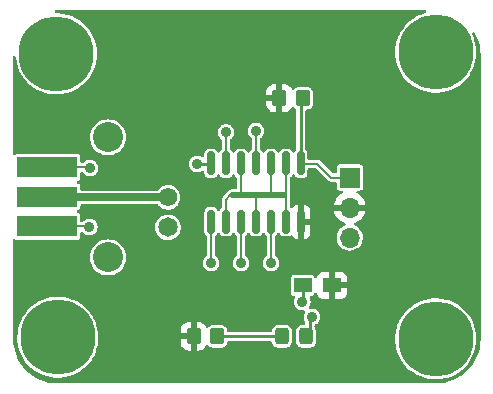
<source format=gtl>
%TF.GenerationSoftware,KiCad,Pcbnew,(6.0.1)*%
%TF.CreationDate,2022-07-06T10:53:35-04:00*%
%TF.ProjectId,DRIVE50,44524956-4535-4302-9e6b-696361645f70,1*%
%TF.SameCoordinates,Original*%
%TF.FileFunction,Copper,L1,Top*%
%TF.FilePolarity,Positive*%
%FSLAX46Y46*%
G04 Gerber Fmt 4.6, Leading zero omitted, Abs format (unit mm)*
G04 Created by KiCad (PCBNEW (6.0.1)) date 2022-07-06 10:53:35*
%MOMM*%
%LPD*%
G01*
G04 APERTURE LIST*
G04 Aperture macros list*
%AMRoundRect*
0 Rectangle with rounded corners*
0 $1 Rounding radius*
0 $2 $3 $4 $5 $6 $7 $8 $9 X,Y pos of 4 corners*
0 Add a 4 corners polygon primitive as box body*
4,1,4,$2,$3,$4,$5,$6,$7,$8,$9,$2,$3,0*
0 Add four circle primitives for the rounded corners*
1,1,$1+$1,$2,$3*
1,1,$1+$1,$4,$5*
1,1,$1+$1,$6,$7*
1,1,$1+$1,$8,$9*
0 Add four rect primitives between the rounded corners*
20,1,$1+$1,$2,$3,$4,$5,0*
20,1,$1+$1,$4,$5,$6,$7,0*
20,1,$1+$1,$6,$7,$8,$9,0*
20,1,$1+$1,$8,$9,$2,$3,0*%
G04 Aperture macros list end*
%TA.AperFunction,SMDPad,CuDef*%
%ADD10RoundRect,0.150000X-0.150000X0.825000X-0.150000X-0.825000X0.150000X-0.825000X0.150000X0.825000X0*%
%TD*%
%TA.AperFunction,ComponentPad*%
%ADD11C,2.540000*%
%TD*%
%TA.AperFunction,ComponentPad*%
%ADD12C,1.574800*%
%TD*%
%TA.AperFunction,ComponentPad*%
%ADD13C,1.651000*%
%TD*%
%TA.AperFunction,SMDPad,CuDef*%
%ADD14R,1.500000X1.250000*%
%TD*%
%TA.AperFunction,SMDPad,CuDef*%
%ADD15RoundRect,0.250000X0.325000X0.450000X-0.325000X0.450000X-0.325000X-0.450000X0.325000X-0.450000X0*%
%TD*%
%TA.AperFunction,SMDPad,CuDef*%
%ADD16RoundRect,0.250000X-0.350000X-0.450000X0.350000X-0.450000X0.350000X0.450000X-0.350000X0.450000X0*%
%TD*%
%TA.AperFunction,SMDPad,CuDef*%
%ADD17R,5.080000X1.750000*%
%TD*%
%TA.AperFunction,ComponentPad*%
%ADD18C,6.350000*%
%TD*%
%TA.AperFunction,SMDPad,CuDef*%
%ADD19RoundRect,0.250000X0.350000X0.450000X-0.350000X0.450000X-0.350000X-0.450000X0.350000X-0.450000X0*%
%TD*%
%TA.AperFunction,ComponentPad*%
%ADD20R,1.700000X1.700000*%
%TD*%
%TA.AperFunction,ComponentPad*%
%ADD21O,1.700000X1.700000*%
%TD*%
%TA.AperFunction,ViaPad*%
%ADD22C,0.889000*%
%TD*%
%TA.AperFunction,Conductor*%
%ADD23C,0.203200*%
%TD*%
%TA.AperFunction,Conductor*%
%ADD24C,0.254000*%
%TD*%
%TA.AperFunction,Conductor*%
%ADD25C,0.635000*%
%TD*%
%TA.AperFunction,Conductor*%
%ADD26C,0.500000*%
%TD*%
G04 APERTURE END LIST*
D10*
%TO.P,U1,1*%
%TO.N,Net-(J1-Pad1)*%
X140830000Y-101525000D03*
%TO.P,U1,2*%
%TO.N,Net-(U1-Pad11)*%
X139560000Y-101525000D03*
%TO.P,U1,3*%
X138290000Y-101525000D03*
%TO.P,U1,4*%
%TO.N,Net-(R2-Pad1)*%
X137020000Y-101525000D03*
%TO.P,U1,5*%
%TO.N,Net-(U1-Pad11)*%
X135750000Y-101525000D03*
%TO.P,U1,6*%
%TO.N,Net-(R3-Pad1)*%
X134480000Y-101525000D03*
%TO.P,U1,7,GND*%
%TO.N,GND*%
X133210000Y-101525000D03*
%TO.P,U1,8*%
%TO.N,Net-(R4-Pad1)*%
X133210000Y-106475000D03*
%TO.P,U1,9*%
%TO.N,Net-(U1-Pad11)*%
X134480000Y-106475000D03*
%TO.P,U1,10*%
%TO.N,Net-(R5-Pad1)*%
X135750000Y-106475000D03*
%TO.P,U1,11*%
%TO.N,Net-(U1-Pad11)*%
X137020000Y-106475000D03*
%TO.P,U1,12*%
%TO.N,Net-(R6-Pad1)*%
X138290000Y-106475000D03*
%TO.P,U1,13*%
%TO.N,Net-(U1-Pad11)*%
X139560000Y-106475000D03*
%TO.P,U1,14,VCC*%
%TO.N,VCC*%
X140830000Y-106475000D03*
%TD*%
D11*
%TO.P,PB1,*%
%TO.N,*%
X124493000Y-109481000D03*
X124493000Y-99321000D03*
D12*
%TO.P,PB1,1,In*%
%TO.N,Net-(PA1-Pad1)*%
X129573000Y-104401000D03*
D13*
%TO.P,PB1,2,Ext*%
%TO.N,GND*%
X129573000Y-106941000D03*
%TD*%
D14*
%TO.P,C1,1*%
%TO.N,VCC*%
X143477000Y-111850000D03*
%TO.P,C1,2*%
%TO.N,GND*%
X140977000Y-111850000D03*
%TD*%
D15*
%TO.P,DS1,1,K*%
%TO.N,GND*%
X141267000Y-116168000D03*
%TO.P,DS1,2,A*%
%TO.N,Net-(DS1-Pad2)*%
X139217000Y-116168000D03*
%TD*%
D16*
%TO.P,R1,1*%
%TO.N,VCC*%
X131749000Y-116168000D03*
%TO.P,R1,2*%
%TO.N,Net-(DS1-Pad2)*%
X133749000Y-116168000D03*
%TD*%
D17*
%TO.P,PA1,1,In*%
%TO.N,Net-(PA1-Pad1)*%
X119367000Y-104357000D03*
%TO.P,PA1,2,Ext*%
%TO.N,GND*%
X119367000Y-106857000D03*
X119367000Y-101857000D03*
%TD*%
D18*
%TO.P,MTG1,1*%
%TO.N,N/C*%
X120123000Y-92250000D03*
%TD*%
%TO.P,MTG4,1*%
%TO.N,N/C*%
X152248000Y-116377000D03*
%TD*%
D19*
%TO.P,R7,1*%
%TO.N,Net-(J1-Pad1)*%
X141000000Y-96000000D03*
%TO.P,R7,2*%
%TO.N,VCC*%
X139000000Y-96000000D03*
%TD*%
D20*
%TO.P,J1,1,Pin_1*%
%TO.N,Net-(J1-Pad1)*%
X144964000Y-102721000D03*
D21*
%TO.P,J1,2,Pin_2*%
%TO.N,VCC*%
X144964000Y-105261000D03*
%TO.P,J1,3,Pin_3*%
%TO.N,GND*%
X144964000Y-107801000D03*
%TD*%
D18*
%TO.P,MTG2,1*%
%TO.N,N/C*%
X152248000Y-92123000D03*
%TD*%
%TO.P,MTG3,1*%
%TO.N,N/C*%
X120250000Y-116250000D03*
%TD*%
D22*
%TO.N,GND*%
X141766000Y-114517000D03*
X122923000Y-106897000D03*
X140957000Y-113247000D03*
X122973800Y-101918600D03*
X132067000Y-101563000D03*
%TO.N,Net-(R3-Pad1)*%
X134480000Y-98896000D03*
%TO.N,Net-(R2-Pad1)*%
X137020000Y-98769000D03*
%TO.N,Net-(R4-Pad1)*%
X133210000Y-109945000D03*
%TO.N,Net-(R5-Pad1)*%
X135750000Y-109945000D03*
%TO.N,Net-(R6-Pad1)*%
X138290000Y-109945000D03*
%TD*%
D23*
%TO.N,GND*%
X122912200Y-101857000D02*
X122973800Y-101918600D01*
X122883000Y-106857000D02*
X122923000Y-106897000D01*
D24*
X141592000Y-114691000D02*
X141766000Y-114517000D01*
D23*
X119113000Y-106857000D02*
X122883000Y-106857000D01*
D24*
X133210000Y-101563000D02*
X132067000Y-101563000D01*
D23*
X119113000Y-101857000D02*
X122912200Y-101857000D01*
D24*
X140977000Y-111850000D02*
X140977000Y-113247000D01*
X141592000Y-116168000D02*
X141592000Y-114691000D01*
%TO.N,Net-(DS1-Pad2)*%
X134099000Y-116168000D02*
X138892000Y-116168000D01*
%TO.N,Net-(J1-Pad1)*%
X140830000Y-96170000D02*
X141000000Y-96000000D01*
D23*
X143385000Y-102721000D02*
X144964000Y-102721000D01*
D24*
X140830000Y-101525000D02*
X140830000Y-96170000D01*
D23*
X142227000Y-101563000D02*
X143385000Y-102721000D01*
X140830000Y-101563000D02*
X142227000Y-101563000D01*
D25*
%TO.N,Net-(PA1-Pad1)*%
X129573000Y-104401000D02*
X119573000Y-104401000D01*
D23*
%TO.N,Net-(R3-Pad1)*%
X134480000Y-101563000D02*
X134480000Y-98896000D01*
%TO.N,Net-(R2-Pad1)*%
X137020000Y-98769000D02*
X137020000Y-101563000D01*
%TO.N,Net-(U1-Pad11)*%
X134861000Y-104230000D02*
X135020000Y-104230000D01*
X135750000Y-101563000D02*
X135750000Y-103976000D01*
X138290000Y-101563000D02*
X138290000Y-104230000D01*
X134480000Y-107151000D02*
X134480000Y-104611000D01*
X139433000Y-104230000D02*
X139560000Y-104103000D01*
X135750000Y-103976000D02*
X136004000Y-104230000D01*
X136385000Y-104230000D02*
X137147000Y-104230000D01*
D26*
X135020000Y-104230000D02*
X139433000Y-104230000D01*
D23*
X137020000Y-107151000D02*
X137020000Y-104357000D01*
X139560000Y-104103000D02*
X139560000Y-101563000D01*
X136004000Y-104230000D02*
X136385000Y-104230000D01*
X139560000Y-107151000D02*
X139560000Y-104103000D01*
X138290000Y-104230000D02*
X139433000Y-104230000D01*
X134480000Y-104611000D02*
X134861000Y-104230000D01*
X137020000Y-104357000D02*
X137147000Y-104230000D01*
X135020000Y-104230000D02*
X136385000Y-104230000D01*
X137147000Y-104230000D02*
X138290000Y-104230000D01*
%TO.N,Net-(R4-Pad1)*%
X133210000Y-107151000D02*
X133210000Y-109945000D01*
%TO.N,Net-(R5-Pad1)*%
X135750000Y-107151000D02*
X135750000Y-109945000D01*
%TO.N,Net-(R6-Pad1)*%
X138290000Y-107151000D02*
X138290000Y-109818000D01*
%TD*%
%TA.AperFunction,Conductor*%
%TO.N,VCC*%
G36*
X151388550Y-88580202D02*
G01*
X151435043Y-88633858D01*
X151445147Y-88704132D01*
X151415653Y-88768712D01*
X151355927Y-88807096D01*
X151347271Y-88809308D01*
X151335938Y-88811779D01*
X150983663Y-88929648D01*
X150980570Y-88931070D01*
X150980569Y-88931071D01*
X150832466Y-88999191D01*
X150646178Y-89084874D01*
X150327431Y-89275640D01*
X150031152Y-89499714D01*
X149760805Y-89754476D01*
X149519554Y-90036945D01*
X149310220Y-90343817D01*
X149254667Y-90447859D01*
X149193780Y-90561890D01*
X149135252Y-90671502D01*
X149133977Y-90674674D01*
X149133975Y-90674678D01*
X149039435Y-90909856D01*
X148996698Y-91016167D01*
X148896178Y-91373779D01*
X148895616Y-91377136D01*
X148895616Y-91377137D01*
X148872967Y-91512484D01*
X148834867Y-91740156D01*
X148813484Y-92111011D01*
X148832278Y-92482007D01*
X148832815Y-92485362D01*
X148832816Y-92485368D01*
X148858346Y-92644756D01*
X148891029Y-92848803D01*
X148989050Y-93207108D01*
X149125195Y-93552732D01*
X149126778Y-93555747D01*
X149207337Y-93709189D01*
X149297870Y-93881630D01*
X149299771Y-93884459D01*
X149299777Y-93884469D01*
X149385118Y-94011469D01*
X149505057Y-94189956D01*
X149744330Y-94474102D01*
X149746790Y-94476453D01*
X149746793Y-94476456D01*
X150010429Y-94728392D01*
X150010436Y-94728398D01*
X150012892Y-94730745D01*
X150307600Y-94956883D01*
X150310518Y-94958657D01*
X150622092Y-95148097D01*
X150622097Y-95148100D01*
X150625007Y-95149869D01*
X150628095Y-95151315D01*
X150628094Y-95151315D01*
X150958316Y-95306003D01*
X150958326Y-95306007D01*
X150961400Y-95307447D01*
X150964618Y-95308549D01*
X150964621Y-95308550D01*
X151309620Y-95426670D01*
X151309628Y-95426672D01*
X151312843Y-95427773D01*
X151675227Y-95509440D01*
X151726238Y-95515252D01*
X152040927Y-95551107D01*
X152040935Y-95551107D01*
X152044310Y-95551492D01*
X152047714Y-95551510D01*
X152047717Y-95551510D01*
X152249764Y-95552568D01*
X152415776Y-95553437D01*
X152419162Y-95553087D01*
X152419164Y-95553087D01*
X152781888Y-95515603D01*
X152781896Y-95515602D01*
X152785280Y-95515252D01*
X152788613Y-95514537D01*
X152788616Y-95514537D01*
X152967579Y-95476171D01*
X153148498Y-95437385D01*
X153501183Y-95320746D01*
X153504267Y-95319340D01*
X153504276Y-95319337D01*
X153836100Y-95168115D01*
X153836101Y-95168115D01*
X153839207Y-95166699D01*
X154027374Y-95054974D01*
X154155673Y-94978796D01*
X154155678Y-94978793D01*
X154158618Y-94977047D01*
X154185187Y-94957099D01*
X154452945Y-94756060D01*
X154455678Y-94754008D01*
X154726912Y-94500191D01*
X154969148Y-94218566D01*
X155111482Y-94011469D01*
X155177622Y-93915236D01*
X155177627Y-93915228D01*
X155179552Y-93912427D01*
X155181164Y-93909433D01*
X155181169Y-93909425D01*
X155354040Y-93588367D01*
X155355662Y-93585355D01*
X155495419Y-93241176D01*
X155597187Y-92883917D01*
X155638068Y-92644756D01*
X155659204Y-92521103D01*
X155659204Y-92521101D01*
X155659776Y-92517756D01*
X155661963Y-92482007D01*
X155682343Y-92148774D01*
X155682453Y-92146977D01*
X155682537Y-92123000D01*
X155662448Y-91752072D01*
X155602417Y-91385484D01*
X155503146Y-91027522D01*
X155501888Y-91024360D01*
X155501885Y-91024352D01*
X155367054Y-90685540D01*
X155365795Y-90682376D01*
X155319405Y-90594760D01*
X155305206Y-90525199D01*
X155330869Y-90459003D01*
X155388247Y-90417190D01*
X155459122Y-90413036D01*
X155520992Y-90447859D01*
X155538832Y-90471025D01*
X155593295Y-90561890D01*
X155599125Y-90572795D01*
X155753139Y-90898432D01*
X155757871Y-90909856D01*
X155879226Y-91249021D01*
X155882815Y-91260853D01*
X155970343Y-91610280D01*
X155972754Y-91622405D01*
X156011332Y-91882474D01*
X156025609Y-91978725D01*
X156026821Y-91991031D01*
X156043009Y-92320553D01*
X156042294Y-92328618D01*
X156042778Y-92328619D01*
X156042754Y-92342808D01*
X156039574Y-92356636D01*
X156042706Y-92370476D01*
X156042698Y-92374992D01*
X156044800Y-92393809D01*
X156044800Y-116319609D01*
X156042763Y-116337553D01*
X156042754Y-116342808D01*
X156039574Y-116356636D01*
X156042705Y-116370474D01*
X156042680Y-116384665D01*
X156042324Y-116384664D01*
X156043037Y-116392874D01*
X156026987Y-116719597D01*
X156026821Y-116722968D01*
X156025609Y-116735269D01*
X155977487Y-117059689D01*
X155972755Y-117091592D01*
X155970344Y-117103717D01*
X155967104Y-117116651D01*
X155882815Y-117453147D01*
X155879226Y-117464979D01*
X155757871Y-117804144D01*
X155753139Y-117815568D01*
X155599125Y-118141205D01*
X155593298Y-118152105D01*
X155501189Y-118305780D01*
X155408104Y-118461083D01*
X155401234Y-118471364D01*
X155186653Y-118760692D01*
X155178809Y-118770250D01*
X154936900Y-119037156D01*
X154928156Y-119045900D01*
X154661250Y-119287809D01*
X154651692Y-119295653D01*
X154362364Y-119510234D01*
X154352083Y-119517104D01*
X154276261Y-119562550D01*
X154061314Y-119691385D01*
X154043110Y-119702296D01*
X154032209Y-119708123D01*
X153916838Y-119762689D01*
X153706568Y-119862139D01*
X153695144Y-119866871D01*
X153355979Y-119988226D01*
X153344147Y-119991815D01*
X153097532Y-120053590D01*
X152994717Y-120079344D01*
X152982595Y-120081754D01*
X152626267Y-120134610D01*
X152613975Y-120135820D01*
X152398622Y-120146400D01*
X152284447Y-120152009D01*
X152276382Y-120151294D01*
X152276381Y-120151778D01*
X152262192Y-120151754D01*
X152248364Y-120148574D01*
X152234524Y-120151706D01*
X152230008Y-120151698D01*
X152211191Y-120153800D01*
X120285391Y-120153800D01*
X120267447Y-120151763D01*
X120262192Y-120151754D01*
X120248364Y-120148574D01*
X120234526Y-120151705D01*
X120220335Y-120151680D01*
X120220336Y-120151324D01*
X120212126Y-120152037D01*
X120104095Y-120146730D01*
X119882027Y-120135820D01*
X119869731Y-120134609D01*
X119513405Y-120081754D01*
X119501283Y-120079344D01*
X119158898Y-119993580D01*
X119149684Y-119990894D01*
X119118722Y-119980574D01*
X119116160Y-119979689D01*
X118800856Y-119866871D01*
X118789432Y-119862139D01*
X118579162Y-119762689D01*
X118463791Y-119708123D01*
X118452890Y-119702296D01*
X118434687Y-119691385D01*
X118219739Y-119562550D01*
X118143917Y-119517104D01*
X118133636Y-119510234D01*
X117844308Y-119295653D01*
X117834750Y-119287809D01*
X117567844Y-119045900D01*
X117559100Y-119037156D01*
X117317191Y-118770250D01*
X117309347Y-118760692D01*
X117094766Y-118471364D01*
X117087896Y-118461083D01*
X116902704Y-118152109D01*
X116896876Y-118141205D01*
X116815700Y-117969575D01*
X116809346Y-117953309D01*
X116510980Y-116998536D01*
X116506611Y-116979450D01*
X116487989Y-116853908D01*
X116470391Y-116735269D01*
X116469179Y-116722969D01*
X116469179Y-116722968D01*
X116453004Y-116393732D01*
X116454964Y-116371886D01*
X116453996Y-116371775D01*
X116454812Y-116364686D01*
X116456425Y-116357728D01*
X116456426Y-116357000D01*
X116454354Y-116347918D01*
X116451200Y-116319903D01*
X116451200Y-116238011D01*
X116815484Y-116238011D01*
X116815656Y-116241406D01*
X116815656Y-116241407D01*
X116821493Y-116356636D01*
X116834278Y-116609007D01*
X116834815Y-116612362D01*
X116834816Y-116612368D01*
X116860346Y-116771756D01*
X116893029Y-116975803D01*
X116991050Y-117334108D01*
X117127195Y-117679732D01*
X117128778Y-117682747D01*
X117279366Y-117969575D01*
X117299870Y-118008630D01*
X117301771Y-118011459D01*
X117301777Y-118011469D01*
X117403888Y-118163425D01*
X117507057Y-118316956D01*
X117746330Y-118601102D01*
X117748790Y-118603453D01*
X117748793Y-118603456D01*
X118012429Y-118855392D01*
X118012436Y-118855398D01*
X118014892Y-118857745D01*
X118309600Y-119083883D01*
X118312518Y-119085657D01*
X118624092Y-119275097D01*
X118624097Y-119275100D01*
X118627007Y-119276869D01*
X118630095Y-119278315D01*
X118630094Y-119278315D01*
X118960316Y-119433003D01*
X118960326Y-119433007D01*
X118963400Y-119434447D01*
X118966618Y-119435549D01*
X118966621Y-119435550D01*
X119311620Y-119553670D01*
X119311628Y-119553672D01*
X119314843Y-119554773D01*
X119677227Y-119636440D01*
X119728238Y-119642252D01*
X120042927Y-119678107D01*
X120042935Y-119678107D01*
X120046310Y-119678492D01*
X120049714Y-119678510D01*
X120049717Y-119678510D01*
X120251764Y-119679568D01*
X120417776Y-119680437D01*
X120421162Y-119680087D01*
X120421164Y-119680087D01*
X120783888Y-119642603D01*
X120783896Y-119642602D01*
X120787280Y-119642252D01*
X120790613Y-119641537D01*
X120790616Y-119641537D01*
X120969579Y-119603171D01*
X121150498Y-119564385D01*
X121503183Y-119447746D01*
X121506267Y-119446340D01*
X121506276Y-119446337D01*
X121838100Y-119295115D01*
X121838101Y-119295115D01*
X121841207Y-119293699D01*
X122012990Y-119191702D01*
X122157673Y-119105796D01*
X122157678Y-119105793D01*
X122160618Y-119104047D01*
X122249709Y-119037156D01*
X122454945Y-118883060D01*
X122457678Y-118881008D01*
X122728912Y-118627191D01*
X122971148Y-118345566D01*
X123113482Y-118138469D01*
X123179622Y-118042236D01*
X123179627Y-118042228D01*
X123181552Y-118039427D01*
X123183164Y-118036433D01*
X123183169Y-118036425D01*
X123356040Y-117715367D01*
X123357662Y-117712355D01*
X123497419Y-117368176D01*
X123599187Y-117010917D01*
X123618558Y-116897590D01*
X123658299Y-116665095D01*
X130641001Y-116665095D01*
X130641338Y-116671614D01*
X130651257Y-116767206D01*
X130654149Y-116780600D01*
X130705588Y-116934784D01*
X130711761Y-116947962D01*
X130797063Y-117085807D01*
X130806099Y-117097208D01*
X130920829Y-117211739D01*
X130932240Y-117220751D01*
X131070243Y-117305816D01*
X131083424Y-117311963D01*
X131237710Y-117363138D01*
X131251086Y-117366005D01*
X131345438Y-117375672D01*
X131351854Y-117376000D01*
X131476885Y-117376000D01*
X131492124Y-117371525D01*
X131493329Y-117370135D01*
X131495000Y-117362452D01*
X131495000Y-117357884D01*
X132003000Y-117357884D01*
X132007475Y-117373123D01*
X132008865Y-117374328D01*
X132016548Y-117375999D01*
X132146095Y-117375999D01*
X132152614Y-117375662D01*
X132248206Y-117365743D01*
X132261600Y-117362851D01*
X132415784Y-117311412D01*
X132428962Y-117305239D01*
X132566807Y-117219937D01*
X132578208Y-117210901D01*
X132692739Y-117096171D01*
X132701751Y-117084760D01*
X132790658Y-116940525D01*
X132792536Y-116941683D01*
X132832332Y-116896495D01*
X132900611Y-116877041D01*
X132968569Y-116897590D01*
X133000422Y-116927468D01*
X133038596Y-116978404D01*
X133045776Y-116983785D01*
X133147054Y-117059689D01*
X133147057Y-117059691D01*
X133154236Y-117065071D01*
X133224982Y-117091592D01*
X133282157Y-117113026D01*
X133282159Y-117113026D01*
X133289552Y-117115798D01*
X133297402Y-117116651D01*
X133297403Y-117116651D01*
X133347847Y-117122131D01*
X133351244Y-117122500D01*
X134146756Y-117122500D01*
X134150153Y-117122131D01*
X134200597Y-117116651D01*
X134200598Y-117116651D01*
X134208448Y-117115798D01*
X134215841Y-117113026D01*
X134215843Y-117113026D01*
X134273018Y-117091592D01*
X134343764Y-117065071D01*
X134350943Y-117059691D01*
X134350946Y-117059689D01*
X134452224Y-116983785D01*
X134459404Y-116978404D01*
X134497575Y-116927472D01*
X134540689Y-116869946D01*
X134540691Y-116869943D01*
X134546071Y-116862764D01*
X134590129Y-116745237D01*
X134594026Y-116734843D01*
X134594026Y-116734841D01*
X134596798Y-116727448D01*
X134603201Y-116668515D01*
X134603500Y-116665756D01*
X134604169Y-116665829D01*
X134626808Y-116601754D01*
X134682896Y-116558227D01*
X134728972Y-116549500D01*
X138262028Y-116549500D01*
X138330149Y-116569502D01*
X138376642Y-116623158D01*
X138387131Y-116665796D01*
X138387500Y-116665756D01*
X138394202Y-116727448D01*
X138396974Y-116734841D01*
X138396974Y-116734843D01*
X138400871Y-116745237D01*
X138444929Y-116862764D01*
X138450309Y-116869943D01*
X138450311Y-116869946D01*
X138493425Y-116927472D01*
X138531596Y-116978404D01*
X138538776Y-116983785D01*
X138640054Y-117059689D01*
X138640057Y-117059691D01*
X138647236Y-117065071D01*
X138717982Y-117091592D01*
X138775157Y-117113026D01*
X138775159Y-117113026D01*
X138782552Y-117115798D01*
X138790402Y-117116651D01*
X138790403Y-117116651D01*
X138840847Y-117122131D01*
X138844244Y-117122500D01*
X139589756Y-117122500D01*
X139593153Y-117122131D01*
X139643597Y-117116651D01*
X139643598Y-117116651D01*
X139651448Y-117115798D01*
X139658841Y-117113026D01*
X139658843Y-117113026D01*
X139716018Y-117091592D01*
X139786764Y-117065071D01*
X139793943Y-117059691D01*
X139793946Y-117059689D01*
X139895224Y-116983785D01*
X139902404Y-116978404D01*
X139940575Y-116927472D01*
X139983689Y-116869946D01*
X139983691Y-116869943D01*
X139989071Y-116862764D01*
X140033129Y-116745237D01*
X140037026Y-116734843D01*
X140037026Y-116734841D01*
X140039798Y-116727448D01*
X140046500Y-116665756D01*
X140046500Y-115670244D01*
X140039798Y-115608552D01*
X139989071Y-115473236D01*
X139983691Y-115466057D01*
X139983689Y-115466054D01*
X139907785Y-115364776D01*
X139902404Y-115357596D01*
X139881977Y-115342287D01*
X139793946Y-115276311D01*
X139793943Y-115276309D01*
X139786764Y-115270929D01*
X139697046Y-115237296D01*
X139658843Y-115222974D01*
X139658841Y-115222974D01*
X139651448Y-115220202D01*
X139643598Y-115219349D01*
X139643597Y-115219349D01*
X139593153Y-115213869D01*
X139593152Y-115213869D01*
X139589756Y-115213500D01*
X138844244Y-115213500D01*
X138840848Y-115213869D01*
X138840847Y-115213869D01*
X138790403Y-115219349D01*
X138790402Y-115219349D01*
X138782552Y-115220202D01*
X138775159Y-115222974D01*
X138775157Y-115222974D01*
X138736954Y-115237296D01*
X138647236Y-115270929D01*
X138640057Y-115276309D01*
X138640054Y-115276311D01*
X138552023Y-115342287D01*
X138531596Y-115357596D01*
X138526215Y-115364776D01*
X138450311Y-115466054D01*
X138450309Y-115466057D01*
X138444929Y-115473236D01*
X138394202Y-115608552D01*
X138387808Y-115667405D01*
X138387808Y-115667406D01*
X138387508Y-115670171D01*
X138387500Y-115670244D01*
X138386831Y-115670171D01*
X138364192Y-115734246D01*
X138308104Y-115777773D01*
X138262028Y-115786500D01*
X134728972Y-115786500D01*
X134660851Y-115766498D01*
X134614358Y-115712842D01*
X134603869Y-115670204D01*
X134603500Y-115670244D01*
X134603200Y-115667485D01*
X134596798Y-115608552D01*
X134546071Y-115473236D01*
X134540691Y-115466057D01*
X134540689Y-115466054D01*
X134464785Y-115364776D01*
X134459404Y-115357596D01*
X134438977Y-115342287D01*
X134350946Y-115276311D01*
X134350943Y-115276309D01*
X134343764Y-115270929D01*
X134254046Y-115237296D01*
X134215843Y-115222974D01*
X134215841Y-115222974D01*
X134208448Y-115220202D01*
X134200598Y-115219349D01*
X134200597Y-115219349D01*
X134150153Y-115213869D01*
X134150152Y-115213869D01*
X134146756Y-115213500D01*
X133351244Y-115213500D01*
X133347848Y-115213869D01*
X133347847Y-115213869D01*
X133297403Y-115219349D01*
X133297402Y-115219349D01*
X133289552Y-115220202D01*
X133282159Y-115222974D01*
X133282157Y-115222974D01*
X133243954Y-115237296D01*
X133154236Y-115270929D01*
X133147057Y-115276309D01*
X133147054Y-115276311D01*
X133059023Y-115342287D01*
X133038596Y-115357596D01*
X133000411Y-115408546D01*
X132943554Y-115451059D01*
X132872736Y-115456085D01*
X132810442Y-115422025D01*
X132790713Y-115393885D01*
X132790094Y-115394268D01*
X132700937Y-115250193D01*
X132691901Y-115238792D01*
X132577171Y-115124261D01*
X132565760Y-115115249D01*
X132427757Y-115030184D01*
X132414576Y-115024037D01*
X132260290Y-114972862D01*
X132246914Y-114969995D01*
X132152562Y-114960328D01*
X132146145Y-114960000D01*
X132021115Y-114960000D01*
X132005876Y-114964475D01*
X132004671Y-114965865D01*
X132003000Y-114973548D01*
X132003000Y-117357884D01*
X131495000Y-117357884D01*
X131495000Y-116440115D01*
X131490525Y-116424876D01*
X131489135Y-116423671D01*
X131481452Y-116422000D01*
X130659116Y-116422000D01*
X130643877Y-116426475D01*
X130642672Y-116427865D01*
X130641001Y-116435548D01*
X130641001Y-116665095D01*
X123658299Y-116665095D01*
X123661204Y-116648103D01*
X123661204Y-116648101D01*
X123661776Y-116644756D01*
X123663963Y-116609007D01*
X123684343Y-116275774D01*
X123684453Y-116273977D01*
X123684537Y-116250000D01*
X123665359Y-115895885D01*
X130641000Y-115895885D01*
X130645475Y-115911124D01*
X130646865Y-115912329D01*
X130654548Y-115914000D01*
X131476885Y-115914000D01*
X131492124Y-115909525D01*
X131493329Y-115908135D01*
X131495000Y-115900452D01*
X131495000Y-114978116D01*
X131490525Y-114962877D01*
X131489135Y-114961672D01*
X131481452Y-114960001D01*
X131351905Y-114960001D01*
X131345386Y-114960338D01*
X131249794Y-114970257D01*
X131236400Y-114973149D01*
X131082216Y-115024588D01*
X131069038Y-115030761D01*
X130931193Y-115116063D01*
X130919792Y-115125099D01*
X130805261Y-115239829D01*
X130796249Y-115251240D01*
X130711184Y-115389243D01*
X130705037Y-115402424D01*
X130653862Y-115556710D01*
X130650995Y-115570086D01*
X130641328Y-115664438D01*
X130641000Y-115670855D01*
X130641000Y-115895885D01*
X123665359Y-115895885D01*
X123664448Y-115879072D01*
X123604417Y-115512484D01*
X123505146Y-115154522D01*
X123503888Y-115151360D01*
X123503885Y-115151352D01*
X123369054Y-114812540D01*
X123367795Y-114809376D01*
X123257368Y-114600816D01*
X123195568Y-114484095D01*
X123195566Y-114484092D01*
X123193973Y-114481083D01*
X122985711Y-114173482D01*
X122745448Y-113890173D01*
X122475992Y-113634469D01*
X122180496Y-113409361D01*
X122177584Y-113407604D01*
X122177579Y-113407601D01*
X121865332Y-113219242D01*
X121865326Y-113219239D01*
X121862417Y-113217484D01*
X121564166Y-113079040D01*
X121528573Y-113062518D01*
X121528571Y-113062517D01*
X121525477Y-113061081D01*
X121294795Y-112983000D01*
X121176842Y-112943075D01*
X121176837Y-112943074D01*
X121173615Y-112941983D01*
X121170293Y-112941247D01*
X121170284Y-112941244D01*
X120814279Y-112862319D01*
X120814275Y-112862318D01*
X120810949Y-112861581D01*
X120659770Y-112844891D01*
X120445103Y-112821191D01*
X120445096Y-112821191D01*
X120441721Y-112820818D01*
X120438322Y-112820812D01*
X120438321Y-112820812D01*
X120262647Y-112820506D01*
X120070250Y-112820170D01*
X119971494Y-112830724D01*
X119704266Y-112859282D01*
X119704260Y-112859283D01*
X119700882Y-112859644D01*
X119337938Y-112938779D01*
X118985663Y-113056648D01*
X118982570Y-113058070D01*
X118982569Y-113058071D01*
X118920586Y-113086580D01*
X118648178Y-113211874D01*
X118329431Y-113402640D01*
X118033152Y-113626714D01*
X117762805Y-113881476D01*
X117760593Y-113884066D01*
X117760592Y-113884067D01*
X117612375Y-114057607D01*
X117521554Y-114163945D01*
X117312220Y-114470817D01*
X117245911Y-114595003D01*
X117186487Y-114706294D01*
X117137252Y-114798502D01*
X117135977Y-114801674D01*
X117135975Y-114801678D01*
X117009594Y-115116063D01*
X116998698Y-115143167D01*
X116961273Y-115276311D01*
X116903558Y-115481640D01*
X116898178Y-115500779D01*
X116897616Y-115504136D01*
X116897616Y-115504137D01*
X116853712Y-115766498D01*
X116836867Y-115867156D01*
X116815484Y-116238011D01*
X116451200Y-116238011D01*
X116451200Y-111199933D01*
X139972500Y-111199933D01*
X139972501Y-112500066D01*
X139987266Y-112574301D01*
X140043516Y-112658484D01*
X140127699Y-112714734D01*
X140201933Y-112729500D01*
X140226017Y-112729500D01*
X140294138Y-112749502D01*
X140340631Y-112803158D01*
X140350735Y-112873432D01*
X140338086Y-112911925D01*
X140336444Y-112914261D01*
X140274988Y-113071889D01*
X140273997Y-113079418D01*
X140255589Y-113219242D01*
X140252905Y-113239626D01*
X140271470Y-113407790D01*
X140329612Y-113566670D01*
X140333848Y-113572973D01*
X140333848Y-113572974D01*
X140419740Y-113700796D01*
X140419743Y-113700799D01*
X140423974Y-113707096D01*
X140549108Y-113820959D01*
X140697791Y-113901687D01*
X140861438Y-113944619D01*
X140949047Y-113945996D01*
X141023004Y-113947158D01*
X141023007Y-113947158D01*
X141030602Y-113947277D01*
X141046027Y-113943744D01*
X141116893Y-113948033D01*
X141174192Y-113989954D01*
X141199730Y-114056198D01*
X141185400Y-114125734D01*
X141177244Y-114139014D01*
X141151040Y-114176299D01*
X141145444Y-114184261D01*
X141083988Y-114341889D01*
X141082997Y-114349418D01*
X141065663Y-114481083D01*
X141061905Y-114509626D01*
X141080470Y-114677790D01*
X141083080Y-114684922D01*
X141129782Y-114812540D01*
X141138612Y-114836670D01*
X141142848Y-114842973D01*
X141142850Y-114842978D01*
X141189082Y-114911779D01*
X141210500Y-114982054D01*
X141210500Y-115087500D01*
X141190498Y-115155621D01*
X141136842Y-115202114D01*
X141084500Y-115213500D01*
X140894244Y-115213500D01*
X140890848Y-115213869D01*
X140890847Y-115213869D01*
X140840403Y-115219349D01*
X140840402Y-115219349D01*
X140832552Y-115220202D01*
X140825159Y-115222974D01*
X140825157Y-115222974D01*
X140786954Y-115237296D01*
X140697236Y-115270929D01*
X140690057Y-115276309D01*
X140690054Y-115276311D01*
X140602023Y-115342287D01*
X140581596Y-115357596D01*
X140576215Y-115364776D01*
X140500311Y-115466054D01*
X140500309Y-115466057D01*
X140494929Y-115473236D01*
X140444202Y-115608552D01*
X140437500Y-115670244D01*
X140437500Y-116665756D01*
X140444202Y-116727448D01*
X140446974Y-116734841D01*
X140446974Y-116734843D01*
X140450871Y-116745237D01*
X140494929Y-116862764D01*
X140500309Y-116869943D01*
X140500311Y-116869946D01*
X140543425Y-116927472D01*
X140581596Y-116978404D01*
X140588776Y-116983785D01*
X140690054Y-117059689D01*
X140690057Y-117059691D01*
X140697236Y-117065071D01*
X140767982Y-117091592D01*
X140825157Y-117113026D01*
X140825159Y-117113026D01*
X140832552Y-117115798D01*
X140840402Y-117116651D01*
X140840403Y-117116651D01*
X140890847Y-117122131D01*
X140894244Y-117122500D01*
X141639756Y-117122500D01*
X141643153Y-117122131D01*
X141693597Y-117116651D01*
X141693598Y-117116651D01*
X141701448Y-117115798D01*
X141708841Y-117113026D01*
X141708843Y-117113026D01*
X141766018Y-117091592D01*
X141836764Y-117065071D01*
X141843943Y-117059691D01*
X141843946Y-117059689D01*
X141945224Y-116983785D01*
X141952404Y-116978404D01*
X141990575Y-116927472D01*
X142033689Y-116869946D01*
X142033691Y-116869943D01*
X142039071Y-116862764D01*
X142083129Y-116745237D01*
X142087026Y-116734843D01*
X142087026Y-116734841D01*
X142089798Y-116727448D01*
X142096500Y-116665756D01*
X142096500Y-116365011D01*
X148813484Y-116365011D01*
X148813656Y-116368406D01*
X148813656Y-116368407D01*
X148827655Y-116644756D01*
X148832278Y-116736007D01*
X148832815Y-116739362D01*
X148832816Y-116739368D01*
X148851235Y-116854360D01*
X148891029Y-117102803D01*
X148989050Y-117461108D01*
X149125195Y-117806732D01*
X149126778Y-117809747D01*
X149231194Y-118008630D01*
X149297870Y-118135630D01*
X149299771Y-118138459D01*
X149299777Y-118138469D01*
X149437052Y-118342754D01*
X149505057Y-118443956D01*
X149744330Y-118728102D01*
X149746790Y-118730453D01*
X149746793Y-118730456D01*
X150010429Y-118982392D01*
X150010436Y-118982398D01*
X150012892Y-118984745D01*
X150307600Y-119210883D01*
X150310518Y-119212657D01*
X150622092Y-119402097D01*
X150622097Y-119402100D01*
X150625007Y-119403869D01*
X150628095Y-119405315D01*
X150628094Y-119405315D01*
X150958316Y-119560003D01*
X150958326Y-119560007D01*
X150961400Y-119561447D01*
X150964618Y-119562549D01*
X150964621Y-119562550D01*
X151309620Y-119680670D01*
X151309628Y-119680672D01*
X151312843Y-119681773D01*
X151675227Y-119763440D01*
X151726238Y-119769252D01*
X152040927Y-119805107D01*
X152040935Y-119805107D01*
X152044310Y-119805492D01*
X152047714Y-119805510D01*
X152047717Y-119805510D01*
X152249764Y-119806568D01*
X152415776Y-119807437D01*
X152419162Y-119807087D01*
X152419164Y-119807087D01*
X152781888Y-119769603D01*
X152781896Y-119769602D01*
X152785280Y-119769252D01*
X152788613Y-119768537D01*
X152788616Y-119768537D01*
X152967579Y-119730171D01*
X153148498Y-119691385D01*
X153501183Y-119574746D01*
X153504267Y-119573340D01*
X153504276Y-119573337D01*
X153836100Y-119422115D01*
X153836101Y-119422115D01*
X153839207Y-119420699D01*
X154063020Y-119287809D01*
X154155673Y-119232796D01*
X154155678Y-119232793D01*
X154158618Y-119231047D01*
X154455678Y-119008008D01*
X154726912Y-118754191D01*
X154969148Y-118472566D01*
X155079606Y-118311849D01*
X155177622Y-118169236D01*
X155177627Y-118169228D01*
X155179552Y-118166427D01*
X155181164Y-118163433D01*
X155181169Y-118163425D01*
X155354040Y-117842367D01*
X155355662Y-117839355D01*
X155495419Y-117495176D01*
X155505681Y-117459153D01*
X155596253Y-117141195D01*
X155597187Y-117137917D01*
X155604323Y-117096171D01*
X155659204Y-116775103D01*
X155659204Y-116775101D01*
X155659776Y-116771756D01*
X155660055Y-116767206D01*
X155680339Y-116435548D01*
X155682453Y-116400977D01*
X155682537Y-116377000D01*
X155662448Y-116006072D01*
X155602417Y-115639484D01*
X155503146Y-115281522D01*
X155501888Y-115278360D01*
X155501885Y-115278352D01*
X155376341Y-114962877D01*
X155365795Y-114936376D01*
X155191973Y-114608083D01*
X154983711Y-114300482D01*
X154743448Y-114017173D01*
X154473992Y-113761469D01*
X154218282Y-113566670D01*
X154181203Y-113538423D01*
X154181201Y-113538421D01*
X154178496Y-113536361D01*
X154175584Y-113534604D01*
X154175579Y-113534601D01*
X153863332Y-113346242D01*
X153863326Y-113346239D01*
X153860417Y-113344484D01*
X153578520Y-113213631D01*
X153526573Y-113189518D01*
X153526571Y-113189517D01*
X153523477Y-113188081D01*
X153347546Y-113128532D01*
X153174842Y-113070075D01*
X153174837Y-113070074D01*
X153171615Y-113068983D01*
X153168293Y-113068247D01*
X153168284Y-113068244D01*
X152812279Y-112989319D01*
X152812275Y-112989318D01*
X152808949Y-112988581D01*
X152635680Y-112969452D01*
X152443103Y-112948191D01*
X152443096Y-112948191D01*
X152439721Y-112947818D01*
X152436322Y-112947812D01*
X152436321Y-112947812D01*
X152260647Y-112947506D01*
X152068250Y-112947170D01*
X151930085Y-112961936D01*
X151702266Y-112986282D01*
X151702260Y-112986283D01*
X151698882Y-112986644D01*
X151335938Y-113065779D01*
X150983663Y-113183648D01*
X150646178Y-113338874D01*
X150327431Y-113529640D01*
X150031152Y-113753714D01*
X149760805Y-114008476D01*
X149758593Y-114011066D01*
X149758592Y-114011067D01*
X149724189Y-114051348D01*
X149519554Y-114290945D01*
X149310220Y-114597817D01*
X149252299Y-114706294D01*
X149176010Y-114849170D01*
X149135252Y-114925502D01*
X149133977Y-114928674D01*
X149133975Y-114928678D01*
X149004307Y-115251240D01*
X148996698Y-115270167D01*
X148954013Y-115422025D01*
X148899376Y-115616403D01*
X148896178Y-115627779D01*
X148895616Y-115631136D01*
X148895616Y-115631137D01*
X148854689Y-115875708D01*
X148834867Y-115994156D01*
X148813484Y-116365011D01*
X142096500Y-116365011D01*
X142096500Y-115670244D01*
X142089798Y-115608552D01*
X142055049Y-115515857D01*
X142042223Y-115481643D01*
X142042221Y-115481640D01*
X142039071Y-115473236D01*
X142033685Y-115466049D01*
X141998674Y-115419333D01*
X141973826Y-115352827D01*
X141973500Y-115343768D01*
X141973500Y-115272773D01*
X141993502Y-115204652D01*
X142042885Y-115160209D01*
X142090101Y-115136462D01*
X142148879Y-115106900D01*
X142148882Y-115106898D01*
X142155662Y-115103488D01*
X142161433Y-115098559D01*
X142161436Y-115098557D01*
X142278539Y-114998541D01*
X142278540Y-114998540D01*
X142284311Y-114993611D01*
X142383037Y-114856219D01*
X142446141Y-114699243D01*
X142469980Y-114531746D01*
X142470134Y-114517000D01*
X142468331Y-114502095D01*
X142450721Y-114356580D01*
X142449809Y-114349040D01*
X142390006Y-114190778D01*
X142294179Y-114051348D01*
X142288508Y-114046295D01*
X142173531Y-113943854D01*
X142173528Y-113943852D01*
X142167859Y-113938801D01*
X142018339Y-113859634D01*
X142007964Y-113857028D01*
X141861622Y-113820269D01*
X141861618Y-113820269D01*
X141854251Y-113818418D01*
X141846652Y-113818378D01*
X141846650Y-113818378D01*
X141776308Y-113818010D01*
X141685069Y-113817532D01*
X141677687Y-113819304D01*
X141670133Y-113820178D01*
X141669927Y-113818400D01*
X141608554Y-113815329D01*
X141550821Y-113774007D01*
X141524593Y-113708033D01*
X141538197Y-113638352D01*
X141547728Y-113622832D01*
X141569606Y-113592385D01*
X141574037Y-113586219D01*
X141579362Y-113572974D01*
X141598820Y-113524569D01*
X141637141Y-113429243D01*
X141660980Y-113261746D01*
X141661134Y-113247000D01*
X141659331Y-113232095D01*
X141641721Y-113086580D01*
X141640809Y-113079040D01*
X141581006Y-112920778D01*
X141576704Y-112914518D01*
X141576367Y-112913874D01*
X141562533Y-112844238D01*
X141588543Y-112778177D01*
X141646140Y-112736666D01*
X141688029Y-112729499D01*
X141752066Y-112729499D01*
X141787818Y-112722388D01*
X141814126Y-112717156D01*
X141814128Y-112717155D01*
X141826301Y-112714734D01*
X141836621Y-112707839D01*
X141836622Y-112707838D01*
X141900168Y-112665377D01*
X141910484Y-112658484D01*
X141966734Y-112574301D01*
X141973318Y-112541199D01*
X142006224Y-112478290D01*
X142067919Y-112443157D01*
X142138814Y-112446957D01*
X142196400Y-112488481D01*
X142222160Y-112552174D01*
X142224895Y-112577352D01*
X142228521Y-112592604D01*
X142273676Y-112713054D01*
X142282214Y-112728649D01*
X142358715Y-112830724D01*
X142371276Y-112843285D01*
X142473351Y-112919786D01*
X142488946Y-112928324D01*
X142609394Y-112973478D01*
X142624649Y-112977105D01*
X142675514Y-112982631D01*
X142682328Y-112983000D01*
X143204885Y-112983000D01*
X143220124Y-112978525D01*
X143221329Y-112977135D01*
X143223000Y-112969452D01*
X143223000Y-112964884D01*
X143731000Y-112964884D01*
X143735475Y-112980123D01*
X143736865Y-112981328D01*
X143744548Y-112982999D01*
X144271669Y-112982999D01*
X144278490Y-112982629D01*
X144329352Y-112977105D01*
X144344604Y-112973479D01*
X144465054Y-112928324D01*
X144480649Y-112919786D01*
X144582724Y-112843285D01*
X144595285Y-112830724D01*
X144671786Y-112728649D01*
X144680324Y-112713054D01*
X144725478Y-112592606D01*
X144729105Y-112577351D01*
X144734631Y-112526486D01*
X144735000Y-112519672D01*
X144735000Y-112122115D01*
X144730525Y-112106876D01*
X144729135Y-112105671D01*
X144721452Y-112104000D01*
X143749115Y-112104000D01*
X143733876Y-112108475D01*
X143732671Y-112109865D01*
X143731000Y-112117548D01*
X143731000Y-112964884D01*
X143223000Y-112964884D01*
X143223000Y-111577885D01*
X143731000Y-111577885D01*
X143735475Y-111593124D01*
X143736865Y-111594329D01*
X143744548Y-111596000D01*
X144716884Y-111596000D01*
X144732123Y-111591525D01*
X144733328Y-111590135D01*
X144734999Y-111582452D01*
X144734999Y-111180331D01*
X144734629Y-111173510D01*
X144729105Y-111122648D01*
X144725479Y-111107396D01*
X144680324Y-110986946D01*
X144671786Y-110971351D01*
X144595285Y-110869276D01*
X144582724Y-110856715D01*
X144480649Y-110780214D01*
X144465054Y-110771676D01*
X144344606Y-110726522D01*
X144329351Y-110722895D01*
X144278486Y-110717369D01*
X144271672Y-110717000D01*
X143749115Y-110717000D01*
X143733876Y-110721475D01*
X143732671Y-110722865D01*
X143731000Y-110730548D01*
X143731000Y-111577885D01*
X143223000Y-111577885D01*
X143223000Y-110735116D01*
X143218525Y-110719877D01*
X143217135Y-110718672D01*
X143209452Y-110717001D01*
X142682331Y-110717001D01*
X142675510Y-110717371D01*
X142624648Y-110722895D01*
X142609396Y-110726521D01*
X142488946Y-110771676D01*
X142473351Y-110780214D01*
X142371276Y-110856715D01*
X142358715Y-110869276D01*
X142282214Y-110971351D01*
X142273676Y-110986946D01*
X142228522Y-111107394D01*
X142224895Y-111122649D01*
X142222159Y-111147829D01*
X142194916Y-111213391D01*
X142136553Y-111253816D01*
X142065599Y-111256271D01*
X142004581Y-111219975D01*
X141973318Y-111158802D01*
X141966734Y-111125699D01*
X141910484Y-111041516D01*
X141826301Y-110985266D01*
X141752067Y-110970500D01*
X140977126Y-110970500D01*
X140201934Y-110970501D01*
X140166182Y-110977612D01*
X140139874Y-110982844D01*
X140139872Y-110982845D01*
X140127699Y-110985266D01*
X140117379Y-110992161D01*
X140117378Y-110992162D01*
X140090943Y-111009826D01*
X140043516Y-111041516D01*
X139987266Y-111125699D01*
X139972500Y-111199933D01*
X116451200Y-111199933D01*
X116451200Y-109481000D01*
X122963786Y-109481000D01*
X122982613Y-109720222D01*
X122983767Y-109725029D01*
X122983768Y-109725035D01*
X122998064Y-109784580D01*
X123038631Y-109953553D01*
X123040524Y-109958124D01*
X123040525Y-109958126D01*
X123107460Y-110119721D01*
X123130460Y-110175249D01*
X123255840Y-110379849D01*
X123411682Y-110562318D01*
X123415444Y-110565531D01*
X123506830Y-110643581D01*
X123594151Y-110718160D01*
X123798751Y-110843540D01*
X123803321Y-110845433D01*
X123803323Y-110845434D01*
X124015874Y-110933475D01*
X124020447Y-110935369D01*
X124102037Y-110954957D01*
X124248965Y-110990232D01*
X124248971Y-110990233D01*
X124253778Y-110991387D01*
X124493000Y-111010214D01*
X124732222Y-110991387D01*
X124737029Y-110990233D01*
X124737035Y-110990232D01*
X124883963Y-110954957D01*
X124965553Y-110935369D01*
X124970126Y-110933475D01*
X125182677Y-110845434D01*
X125182679Y-110845433D01*
X125187249Y-110843540D01*
X125391849Y-110718160D01*
X125479171Y-110643581D01*
X125570556Y-110565531D01*
X125574318Y-110562318D01*
X125730160Y-110379849D01*
X125855540Y-110175249D01*
X125878541Y-110119721D01*
X125945475Y-109958126D01*
X125945476Y-109958124D01*
X125947369Y-109953553D01*
X125987936Y-109784580D01*
X126002232Y-109725035D01*
X126002233Y-109725029D01*
X126003387Y-109720222D01*
X126022214Y-109481000D01*
X126003387Y-109241778D01*
X126002233Y-109236971D01*
X126002232Y-109236965D01*
X125948524Y-109013259D01*
X125947369Y-109008447D01*
X125905714Y-108907883D01*
X125857434Y-108791323D01*
X125857433Y-108791321D01*
X125855540Y-108786751D01*
X125730160Y-108582151D01*
X125574318Y-108399682D01*
X125407501Y-108257208D01*
X125395617Y-108247058D01*
X125395616Y-108247057D01*
X125391849Y-108243840D01*
X125187249Y-108118460D01*
X125182679Y-108116567D01*
X125182677Y-108116566D01*
X124970126Y-108028525D01*
X124970124Y-108028524D01*
X124965553Y-108026631D01*
X124836546Y-107995659D01*
X124737035Y-107971768D01*
X124737029Y-107971767D01*
X124732222Y-107970613D01*
X124493000Y-107951786D01*
X124253778Y-107970613D01*
X124248971Y-107971767D01*
X124248965Y-107971768D01*
X124149454Y-107995659D01*
X124020447Y-108026631D01*
X124015876Y-108028524D01*
X124015874Y-108028525D01*
X123803323Y-108116566D01*
X123803321Y-108116567D01*
X123798751Y-108118460D01*
X123594151Y-108243840D01*
X123590384Y-108247057D01*
X123590383Y-108247058D01*
X123578499Y-108257208D01*
X123411682Y-108399682D01*
X123255840Y-108582151D01*
X123130460Y-108786751D01*
X123128567Y-108791321D01*
X123128566Y-108791323D01*
X123080286Y-108907883D01*
X123038631Y-109008447D01*
X123037476Y-109013259D01*
X122983768Y-109236965D01*
X122983767Y-109236971D01*
X122982613Y-109241778D01*
X122963786Y-109481000D01*
X116451200Y-109481000D01*
X116451200Y-108022712D01*
X116471202Y-107954591D01*
X116524858Y-107908098D01*
X116595132Y-107897994D01*
X116647202Y-107917947D01*
X116727699Y-107971734D01*
X116801933Y-107986500D01*
X119366792Y-107986500D01*
X121932066Y-107986499D01*
X121967818Y-107979388D01*
X121994126Y-107974156D01*
X121994128Y-107974155D01*
X122006301Y-107971734D01*
X122016621Y-107964839D01*
X122016622Y-107964838D01*
X122080168Y-107922377D01*
X122090484Y-107915484D01*
X122146734Y-107831301D01*
X122161500Y-107757067D01*
X122161500Y-107429814D01*
X122181502Y-107361693D01*
X122235158Y-107315200D01*
X122305432Y-107305096D01*
X122370012Y-107334590D01*
X122382882Y-107347484D01*
X122385740Y-107350795D01*
X122389974Y-107357096D01*
X122452157Y-107413678D01*
X122502469Y-107459458D01*
X122515108Y-107470959D01*
X122663791Y-107551687D01*
X122827438Y-107594619D01*
X122915047Y-107595996D01*
X122989004Y-107597158D01*
X122989007Y-107597158D01*
X122996602Y-107597277D01*
X123054723Y-107583965D01*
X123154114Y-107561202D01*
X123154118Y-107561201D01*
X123161517Y-107559506D01*
X123312662Y-107483488D01*
X123318433Y-107478559D01*
X123318436Y-107478557D01*
X123435539Y-107378541D01*
X123435540Y-107378540D01*
X123441311Y-107373611D01*
X123540037Y-107236219D01*
X123543901Y-107226609D01*
X123592825Y-107104905D01*
X123603141Y-107079243D01*
X123626857Y-106912608D01*
X128488745Y-106912608D01*
X128501727Y-107110673D01*
X128550586Y-107303056D01*
X128633685Y-107483313D01*
X128637018Y-107488029D01*
X128741473Y-107635829D01*
X128748243Y-107645409D01*
X128890422Y-107783913D01*
X129055461Y-107894189D01*
X129060764Y-107896467D01*
X129060767Y-107896469D01*
X129232439Y-107970225D01*
X129237832Y-107972542D01*
X129299518Y-107986500D01*
X129425791Y-108015073D01*
X129425796Y-108015074D01*
X129431428Y-108016348D01*
X129437199Y-108016575D01*
X129437201Y-108016575D01*
X129496262Y-108018895D01*
X129629765Y-108024141D01*
X129727983Y-108009900D01*
X129820487Y-107996488D01*
X129820492Y-107996487D01*
X129826201Y-107995659D01*
X129853183Y-107986500D01*
X129982419Y-107942630D01*
X130014158Y-107931856D01*
X130187339Y-107834870D01*
X130339947Y-107707947D01*
X130466870Y-107555339D01*
X130563856Y-107382158D01*
X130627659Y-107194201D01*
X130628487Y-107188492D01*
X130628488Y-107188487D01*
X130647863Y-107054855D01*
X130656141Y-106997765D01*
X130657627Y-106941000D01*
X130639465Y-106743342D01*
X130635892Y-106730671D01*
X130587156Y-106557869D01*
X130585587Y-106552304D01*
X130497797Y-106374284D01*
X130395303Y-106237028D01*
X130382488Y-106219867D01*
X130382488Y-106219866D01*
X130379035Y-106215243D01*
X130362836Y-106200269D01*
X130237520Y-106084428D01*
X130237518Y-106084426D01*
X130233279Y-106080508D01*
X130065410Y-105974590D01*
X130060050Y-105972452D01*
X130060047Y-105972450D01*
X129973230Y-105937814D01*
X129881051Y-105901038D01*
X129875394Y-105899913D01*
X129875388Y-105899911D01*
X129692041Y-105863442D01*
X129692039Y-105863442D01*
X129686374Y-105862315D01*
X129680599Y-105862239D01*
X129680595Y-105862239D01*
X129581638Y-105860944D01*
X129487901Y-105859717D01*
X129482204Y-105860696D01*
X129482203Y-105860696D01*
X129297975Y-105892352D01*
X129292278Y-105893331D01*
X129106056Y-105962032D01*
X128935472Y-106063518D01*
X128786239Y-106194392D01*
X128782664Y-106198927D01*
X128782663Y-106198928D01*
X128752628Y-106237028D01*
X128663355Y-106350270D01*
X128660666Y-106355381D01*
X128660664Y-106355384D01*
X128623356Y-106426295D01*
X128570935Y-106525931D01*
X128512075Y-106715493D01*
X128488745Y-106912608D01*
X123626857Y-106912608D01*
X123626980Y-106911746D01*
X123627134Y-106897000D01*
X123606809Y-106729040D01*
X123547006Y-106570778D01*
X123519976Y-106531449D01*
X123455481Y-106437607D01*
X123455479Y-106437605D01*
X123451179Y-106431348D01*
X123445508Y-106426295D01*
X123330531Y-106323854D01*
X123330528Y-106323852D01*
X123324859Y-106318801D01*
X123175339Y-106239634D01*
X123164964Y-106237028D01*
X123018622Y-106200269D01*
X123018618Y-106200269D01*
X123011251Y-106198418D01*
X123003652Y-106198378D01*
X123003650Y-106198378D01*
X122933308Y-106198010D01*
X122842069Y-106197532D01*
X122834688Y-106199304D01*
X122684938Y-106235256D01*
X122684935Y-106235257D01*
X122677559Y-106237028D01*
X122527218Y-106314624D01*
X122521497Y-106319614D01*
X122521495Y-106319616D01*
X122432949Y-106396860D01*
X122399726Y-106425842D01*
X122395356Y-106432060D01*
X122390586Y-106438847D01*
X122335052Y-106483079D01*
X122264420Y-106490265D01*
X122201115Y-106458124D01*
X122165237Y-106396860D01*
X122161499Y-106366397D01*
X122161499Y-105956934D01*
X122150382Y-105901038D01*
X122149156Y-105894874D01*
X122149155Y-105894872D01*
X122146734Y-105882699D01*
X122090484Y-105798516D01*
X122006301Y-105742266D01*
X121971203Y-105735285D01*
X121947542Y-105730578D01*
X121884633Y-105697670D01*
X121849501Y-105635975D01*
X121853301Y-105565080D01*
X121894827Y-105507494D01*
X121947544Y-105483421D01*
X122006301Y-105471734D01*
X122016621Y-105464839D01*
X122016622Y-105464838D01*
X122080168Y-105422377D01*
X122090484Y-105415484D01*
X122146734Y-105331301D01*
X122161500Y-105257067D01*
X122161500Y-105099000D01*
X122181502Y-105030879D01*
X122235158Y-104984386D01*
X122287500Y-104973000D01*
X128635920Y-104973000D01*
X128704041Y-104993002D01*
X128734664Y-105020734D01*
X128819894Y-105128266D01*
X128824588Y-105132261D01*
X128958554Y-105246275D01*
X128975497Y-105260695D01*
X129153858Y-105360378D01*
X129348185Y-105423518D01*
X129551075Y-105447711D01*
X129557210Y-105447239D01*
X129557212Y-105447239D01*
X129748658Y-105432509D01*
X129748663Y-105432508D01*
X129754799Y-105432036D01*
X129760731Y-105430380D01*
X129760735Y-105430379D01*
X129851029Y-105405168D01*
X129951600Y-105377088D01*
X129957104Y-105374308D01*
X129957106Y-105374307D01*
X130128478Y-105287741D01*
X130128480Y-105287740D01*
X130133979Y-105284962D01*
X130294991Y-105159165D01*
X130299017Y-105154501D01*
X130299020Y-105154498D01*
X130424473Y-105009159D01*
X130424474Y-105009157D01*
X130428502Y-105004491D01*
X130529428Y-104826829D01*
X130593924Y-104632948D01*
X130615501Y-104462150D01*
X130619091Y-104433735D01*
X130619092Y-104433726D01*
X130619533Y-104430232D01*
X130619941Y-104401000D01*
X130600002Y-104197648D01*
X130540945Y-104002042D01*
X130488006Y-103902478D01*
X130447913Y-103827074D01*
X130447911Y-103827071D01*
X130445019Y-103821632D01*
X130395876Y-103761377D01*
X130319773Y-103668064D01*
X130319771Y-103668062D01*
X130315879Y-103663290D01*
X130234619Y-103596066D01*
X130163192Y-103536976D01*
X130163188Y-103536974D01*
X130158442Y-103533047D01*
X129978706Y-103435864D01*
X129846289Y-103394874D01*
X129789404Y-103377265D01*
X129789401Y-103377264D01*
X129783517Y-103375443D01*
X129777392Y-103374799D01*
X129777391Y-103374799D01*
X129586437Y-103354729D01*
X129586436Y-103354729D01*
X129580309Y-103354085D01*
X129505119Y-103360928D01*
X129382961Y-103372044D01*
X129382957Y-103372045D01*
X129376823Y-103372603D01*
X129180809Y-103430293D01*
X129175349Y-103433147D01*
X129175350Y-103433147D01*
X129005194Y-103522102D01*
X129005190Y-103522105D01*
X128999734Y-103524957D01*
X128840494Y-103652989D01*
X128836536Y-103657706D01*
X128836534Y-103657708D01*
X128730570Y-103783991D01*
X128671460Y-103823318D01*
X128634048Y-103829000D01*
X122287499Y-103829000D01*
X122219378Y-103808998D01*
X122172885Y-103755342D01*
X122161499Y-103703000D01*
X122161499Y-103456934D01*
X122146734Y-103382699D01*
X122139615Y-103372044D01*
X122097377Y-103308832D01*
X122090484Y-103298516D01*
X122006301Y-103242266D01*
X121971203Y-103235285D01*
X121947542Y-103230578D01*
X121884633Y-103197670D01*
X121849501Y-103135975D01*
X121853301Y-103065080D01*
X121894827Y-103007494D01*
X121947544Y-102983421D01*
X122006301Y-102971734D01*
X122016621Y-102964839D01*
X122016622Y-102964838D01*
X122080168Y-102922377D01*
X122090484Y-102915484D01*
X122146734Y-102831301D01*
X122161500Y-102757067D01*
X122161500Y-102376510D01*
X122181502Y-102308389D01*
X122235158Y-102261896D01*
X122305432Y-102251792D01*
X122370012Y-102281286D01*
X122392082Y-102306235D01*
X122436537Y-102372392D01*
X122436541Y-102372397D01*
X122440774Y-102378696D01*
X122565908Y-102492559D01*
X122714591Y-102573287D01*
X122878238Y-102616219D01*
X122965847Y-102617596D01*
X123039804Y-102618758D01*
X123039807Y-102618758D01*
X123047402Y-102618877D01*
X123105523Y-102605565D01*
X123204914Y-102582802D01*
X123204918Y-102582801D01*
X123212317Y-102581106D01*
X123363462Y-102505088D01*
X123369233Y-102500159D01*
X123369236Y-102500157D01*
X123486339Y-102400141D01*
X123486340Y-102400140D01*
X123492111Y-102395211D01*
X123590837Y-102257819D01*
X123598443Y-102238900D01*
X123636491Y-102144251D01*
X123653941Y-102100843D01*
X123677780Y-101933346D01*
X123677934Y-101918600D01*
X123669141Y-101845933D01*
X123668022Y-101836691D01*
X123657609Y-101750640D01*
X123597806Y-101592378D01*
X123572547Y-101555626D01*
X131362905Y-101555626D01*
X131381470Y-101723790D01*
X131384080Y-101730922D01*
X131423948Y-101839865D01*
X131439612Y-101882670D01*
X131443848Y-101888973D01*
X131443848Y-101888974D01*
X131529740Y-102016796D01*
X131529743Y-102016799D01*
X131533974Y-102023096D01*
X131659108Y-102136959D01*
X131807791Y-102217687D01*
X131971438Y-102260619D01*
X132059047Y-102261996D01*
X132133004Y-102263158D01*
X132133007Y-102263158D01*
X132140602Y-102263277D01*
X132198723Y-102249965D01*
X132298114Y-102227202D01*
X132298118Y-102227201D01*
X132305517Y-102225506D01*
X132381089Y-102187497D01*
X132449877Y-102152901D01*
X132449880Y-102152899D01*
X132456662Y-102149488D01*
X132460703Y-102146037D01*
X132527582Y-102125289D01*
X132595999Y-102144251D01*
X132643304Y-102197193D01*
X132655500Y-102251274D01*
X132655500Y-102381834D01*
X132670502Y-102476555D01*
X132728674Y-102590723D01*
X132819277Y-102681326D01*
X132933445Y-102739498D01*
X133028166Y-102754500D01*
X133391834Y-102754500D01*
X133486555Y-102739498D01*
X133600723Y-102681326D01*
X133691326Y-102590723D01*
X133732733Y-102509458D01*
X133781482Y-102457843D01*
X133850397Y-102440777D01*
X133917598Y-102463678D01*
X133957267Y-102509458D01*
X133998674Y-102590723D01*
X134089277Y-102681326D01*
X134203445Y-102739498D01*
X134298166Y-102754500D01*
X134661834Y-102754500D01*
X134756555Y-102739498D01*
X134870723Y-102681326D01*
X134961326Y-102590723D01*
X135002733Y-102509458D01*
X135051482Y-102457843D01*
X135120397Y-102440777D01*
X135187598Y-102463678D01*
X135227267Y-102509458D01*
X135268674Y-102590723D01*
X135356995Y-102679044D01*
X135391021Y-102741356D01*
X135393900Y-102768139D01*
X135393900Y-103599500D01*
X135373898Y-103667621D01*
X135320242Y-103714114D01*
X135267900Y-103725500D01*
X134983774Y-103725500D01*
X134921437Y-103734428D01*
X134885835Y-103739526D01*
X134885833Y-103739527D01*
X134876948Y-103740799D01*
X134745395Y-103800612D01*
X134738596Y-103806470D01*
X134738592Y-103806473D01*
X134642718Y-103889084D01*
X134642716Y-103889087D01*
X134635918Y-103894944D01*
X134557317Y-104016210D01*
X134555769Y-104021386D01*
X134532138Y-104055260D01*
X134264565Y-104322833D01*
X134248875Y-104335505D01*
X134245774Y-104338327D01*
X134237026Y-104343975D01*
X134230579Y-104352153D01*
X134217797Y-104368367D01*
X134214216Y-104372397D01*
X134214314Y-104372480D01*
X134210961Y-104376437D01*
X134207280Y-104380118D01*
X134204256Y-104384350D01*
X134204254Y-104384352D01*
X134196851Y-104394711D01*
X134193288Y-104399456D01*
X134170080Y-104428895D01*
X134170079Y-104428897D01*
X134163632Y-104437075D01*
X134160786Y-104445180D01*
X134155790Y-104452171D01*
X134152806Y-104462150D01*
X134142066Y-104498062D01*
X134140232Y-104503707D01*
X134126979Y-104541447D01*
X134124352Y-104548929D01*
X134123900Y-104554148D01*
X134123900Y-104556859D01*
X134123802Y-104559136D01*
X134123667Y-104559585D01*
X134123613Y-104559583D01*
X134123598Y-104559816D01*
X134121823Y-104565752D01*
X134122232Y-104576156D01*
X134123803Y-104616150D01*
X134123900Y-104621096D01*
X134123900Y-105231861D01*
X134103898Y-105299982D01*
X134086995Y-105320956D01*
X133998674Y-105409277D01*
X133979091Y-105447711D01*
X133957267Y-105490542D01*
X133908518Y-105542157D01*
X133839603Y-105559223D01*
X133772402Y-105536322D01*
X133732733Y-105490542D01*
X133710909Y-105447711D01*
X133691326Y-105409277D01*
X133600723Y-105318674D01*
X133486555Y-105260502D01*
X133391834Y-105245500D01*
X133028166Y-105245500D01*
X132933445Y-105260502D01*
X132819277Y-105318674D01*
X132728674Y-105409277D01*
X132670502Y-105523445D01*
X132655500Y-105618166D01*
X132655500Y-107331834D01*
X132670502Y-107426555D01*
X132728674Y-107540723D01*
X132816995Y-107629044D01*
X132851021Y-107691356D01*
X132853900Y-107718139D01*
X132853900Y-109270719D01*
X132833898Y-109338840D01*
X132810730Y-109365667D01*
X132686726Y-109473842D01*
X132589444Y-109612261D01*
X132527988Y-109769889D01*
X132505905Y-109937626D01*
X132524470Y-110105790D01*
X132582612Y-110264670D01*
X132586848Y-110270973D01*
X132586848Y-110270974D01*
X132672740Y-110398796D01*
X132672743Y-110398799D01*
X132676974Y-110405096D01*
X132802108Y-110518959D01*
X132950791Y-110599687D01*
X133114438Y-110642619D01*
X133202047Y-110643996D01*
X133276004Y-110645158D01*
X133276007Y-110645158D01*
X133283602Y-110645277D01*
X133341723Y-110631965D01*
X133441114Y-110609202D01*
X133441118Y-110609201D01*
X133448517Y-110607506D01*
X133599662Y-110531488D01*
X133605433Y-110526559D01*
X133605436Y-110526557D01*
X133722539Y-110426541D01*
X133722540Y-110426540D01*
X133728311Y-110421611D01*
X133827037Y-110284219D01*
X133832362Y-110270974D01*
X133869145Y-110179472D01*
X133890141Y-110127243D01*
X133913980Y-109959746D01*
X133914134Y-109945000D01*
X133912331Y-109930095D01*
X133894721Y-109784580D01*
X133893809Y-109777040D01*
X133834006Y-109618778D01*
X133738179Y-109479348D01*
X133732000Y-109473842D01*
X133611859Y-109366801D01*
X133613316Y-109365166D01*
X133575666Y-109318396D01*
X133566100Y-109270238D01*
X133566100Y-107718139D01*
X133586102Y-107650018D01*
X133603005Y-107629044D01*
X133691326Y-107540723D01*
X133732733Y-107459458D01*
X133781482Y-107407843D01*
X133850397Y-107390777D01*
X133917598Y-107413678D01*
X133957267Y-107459458D01*
X133998674Y-107540723D01*
X134089277Y-107631326D01*
X134203445Y-107689498D01*
X134298166Y-107704500D01*
X134661834Y-107704500D01*
X134756555Y-107689498D01*
X134870723Y-107631326D01*
X134961326Y-107540723D01*
X135002733Y-107459458D01*
X135051482Y-107407843D01*
X135120397Y-107390777D01*
X135187598Y-107413678D01*
X135227267Y-107459458D01*
X135268674Y-107540723D01*
X135356995Y-107629044D01*
X135391021Y-107691356D01*
X135393900Y-107718139D01*
X135393900Y-109270719D01*
X135373898Y-109338840D01*
X135350730Y-109365667D01*
X135226726Y-109473842D01*
X135129444Y-109612261D01*
X135067988Y-109769889D01*
X135045905Y-109937626D01*
X135064470Y-110105790D01*
X135122612Y-110264670D01*
X135126848Y-110270973D01*
X135126848Y-110270974D01*
X135212740Y-110398796D01*
X135212743Y-110398799D01*
X135216974Y-110405096D01*
X135342108Y-110518959D01*
X135490791Y-110599687D01*
X135654438Y-110642619D01*
X135742047Y-110643996D01*
X135816004Y-110645158D01*
X135816007Y-110645158D01*
X135823602Y-110645277D01*
X135881723Y-110631965D01*
X135981114Y-110609202D01*
X135981118Y-110609201D01*
X135988517Y-110607506D01*
X136139662Y-110531488D01*
X136145433Y-110526559D01*
X136145436Y-110526557D01*
X136262539Y-110426541D01*
X136262540Y-110426540D01*
X136268311Y-110421611D01*
X136367037Y-110284219D01*
X136372362Y-110270974D01*
X136409145Y-110179472D01*
X136430141Y-110127243D01*
X136453980Y-109959746D01*
X136454134Y-109945000D01*
X136452331Y-109930095D01*
X136434721Y-109784580D01*
X136433809Y-109777040D01*
X136374006Y-109618778D01*
X136278179Y-109479348D01*
X136272000Y-109473842D01*
X136151859Y-109366801D01*
X136153316Y-109365166D01*
X136115666Y-109318396D01*
X136106100Y-109270238D01*
X136106100Y-107718139D01*
X136126102Y-107650018D01*
X136143005Y-107629044D01*
X136231326Y-107540723D01*
X136272733Y-107459458D01*
X136321482Y-107407843D01*
X136390397Y-107390777D01*
X136457598Y-107413678D01*
X136497267Y-107459458D01*
X136538674Y-107540723D01*
X136629277Y-107631326D01*
X136743445Y-107689498D01*
X136838166Y-107704500D01*
X137201834Y-107704500D01*
X137296555Y-107689498D01*
X137410723Y-107631326D01*
X137501326Y-107540723D01*
X137542733Y-107459458D01*
X137591482Y-107407843D01*
X137660397Y-107390777D01*
X137727598Y-107413678D01*
X137767267Y-107459458D01*
X137808674Y-107540723D01*
X137896995Y-107629044D01*
X137931021Y-107691356D01*
X137933900Y-107718139D01*
X137933900Y-109270719D01*
X137913898Y-109338840D01*
X137890730Y-109365667D01*
X137766726Y-109473842D01*
X137669444Y-109612261D01*
X137607988Y-109769889D01*
X137585905Y-109937626D01*
X137604470Y-110105790D01*
X137662612Y-110264670D01*
X137666848Y-110270973D01*
X137666848Y-110270974D01*
X137752740Y-110398796D01*
X137752743Y-110398799D01*
X137756974Y-110405096D01*
X137882108Y-110518959D01*
X138030791Y-110599687D01*
X138194438Y-110642619D01*
X138282047Y-110643996D01*
X138356004Y-110645158D01*
X138356007Y-110645158D01*
X138363602Y-110645277D01*
X138421723Y-110631965D01*
X138521114Y-110609202D01*
X138521118Y-110609201D01*
X138528517Y-110607506D01*
X138679662Y-110531488D01*
X138685433Y-110526559D01*
X138685436Y-110526557D01*
X138802539Y-110426541D01*
X138802540Y-110426540D01*
X138808311Y-110421611D01*
X138907037Y-110284219D01*
X138912362Y-110270974D01*
X138949145Y-110179472D01*
X138970141Y-110127243D01*
X138993980Y-109959746D01*
X138994134Y-109945000D01*
X138992331Y-109930095D01*
X138974721Y-109784580D01*
X138973809Y-109777040D01*
X138914006Y-109618778D01*
X138818179Y-109479348D01*
X138812000Y-109473842D01*
X138691859Y-109366801D01*
X138693316Y-109365166D01*
X138655666Y-109318396D01*
X138646100Y-109270238D01*
X138646100Y-107718139D01*
X138666102Y-107650018D01*
X138683005Y-107629044D01*
X138771326Y-107540723D01*
X138812733Y-107459458D01*
X138861482Y-107407843D01*
X138930397Y-107390777D01*
X138997598Y-107413678D01*
X139037267Y-107459458D01*
X139078674Y-107540723D01*
X139169277Y-107631326D01*
X139283445Y-107689498D01*
X139378166Y-107704500D01*
X139741834Y-107704500D01*
X139836555Y-107689498D01*
X139923084Y-107645409D01*
X139941886Y-107635829D01*
X139941887Y-107635828D01*
X139950723Y-107631326D01*
X139953491Y-107628558D01*
X140017217Y-107605820D01*
X140086369Y-107621899D01*
X140132867Y-107667475D01*
X140151911Y-107699677D01*
X140161551Y-107712104D01*
X140267896Y-107818449D01*
X140280322Y-107828089D01*
X140409779Y-107904648D01*
X140424210Y-107910893D01*
X140558605Y-107949939D01*
X140572706Y-107949899D01*
X140576000Y-107942630D01*
X140576000Y-107936878D01*
X141084000Y-107936878D01*
X141087973Y-107950409D01*
X141095871Y-107951544D01*
X141235790Y-107910893D01*
X141250221Y-107904648D01*
X141379678Y-107828089D01*
X141392104Y-107818449D01*
X141498449Y-107712104D01*
X141508089Y-107699678D01*
X141584648Y-107570221D01*
X141590893Y-107555790D01*
X141633269Y-107409935D01*
X141635570Y-107397333D01*
X141637807Y-107368916D01*
X141638000Y-107363986D01*
X141638000Y-106747115D01*
X141633525Y-106731876D01*
X141632135Y-106730671D01*
X141624452Y-106729000D01*
X141102115Y-106729000D01*
X141086876Y-106733475D01*
X141085671Y-106734865D01*
X141084000Y-106742548D01*
X141084000Y-107936878D01*
X140576000Y-107936878D01*
X140576000Y-106202885D01*
X141084000Y-106202885D01*
X141088475Y-106218124D01*
X141089865Y-106219329D01*
X141097548Y-106221000D01*
X141619884Y-106221000D01*
X141635123Y-106216525D01*
X141636328Y-106215135D01*
X141637999Y-106207452D01*
X141637999Y-105586017D01*
X141637805Y-105581080D01*
X141635570Y-105552664D01*
X141633270Y-105540069D01*
X141630044Y-105528966D01*
X143632257Y-105528966D01*
X143662565Y-105663446D01*
X143665645Y-105673275D01*
X143745770Y-105870603D01*
X143750413Y-105879794D01*
X143861694Y-106061388D01*
X143867777Y-106069699D01*
X144007213Y-106230667D01*
X144014580Y-106237883D01*
X144178434Y-106373916D01*
X144186881Y-106379831D01*
X144370756Y-106487279D01*
X144380042Y-106491729D01*
X144529124Y-106548657D01*
X144585627Y-106591644D01*
X144609920Y-106658355D01*
X144594290Y-106727610D01*
X144543699Y-106777421D01*
X144527785Y-106784579D01*
X144486463Y-106799824D01*
X144312010Y-106903612D01*
X144307670Y-106907418D01*
X144307666Y-106907421D01*
X144200461Y-107001438D01*
X144159392Y-107037455D01*
X144033720Y-107196869D01*
X144031031Y-107201980D01*
X144031029Y-107201983D01*
X143983128Y-107293027D01*
X143939203Y-107376515D01*
X143879007Y-107570378D01*
X143855148Y-107771964D01*
X143868424Y-107974522D01*
X143869845Y-107980118D01*
X143869846Y-107980123D01*
X143890119Y-108059945D01*
X143918392Y-108171269D01*
X143920809Y-108176512D01*
X143958010Y-108257208D01*
X144003377Y-108355616D01*
X144120533Y-108521389D01*
X144124675Y-108525424D01*
X144186186Y-108585345D01*
X144265938Y-108663035D01*
X144434720Y-108775812D01*
X144440023Y-108778090D01*
X144440026Y-108778092D01*
X144528707Y-108816192D01*
X144621228Y-108855942D01*
X144694244Y-108872464D01*
X144813579Y-108899467D01*
X144813584Y-108899468D01*
X144819216Y-108900742D01*
X144824987Y-108900969D01*
X144824989Y-108900969D01*
X144884756Y-108903317D01*
X145022053Y-108908712D01*
X145122499Y-108894148D01*
X145217231Y-108880413D01*
X145217236Y-108880412D01*
X145222945Y-108879584D01*
X145228409Y-108877729D01*
X145228414Y-108877728D01*
X145409693Y-108816192D01*
X145409698Y-108816190D01*
X145415165Y-108814334D01*
X145592276Y-108715147D01*
X145654934Y-108663035D01*
X145743913Y-108589031D01*
X145748345Y-108585345D01*
X145878147Y-108429276D01*
X145977334Y-108252165D01*
X145979190Y-108246698D01*
X145979192Y-108246693D01*
X146040728Y-108065414D01*
X146040729Y-108065409D01*
X146042584Y-108059945D01*
X146043412Y-108054236D01*
X146043413Y-108054231D01*
X146063530Y-107915484D01*
X146071712Y-107859053D01*
X146073232Y-107801000D01*
X146054658Y-107598859D01*
X146053090Y-107593299D01*
X146001125Y-107409046D01*
X146001124Y-107409044D01*
X145999557Y-107403487D01*
X145996523Y-107397333D01*
X145912331Y-107226609D01*
X145909776Y-107221428D01*
X145788320Y-107058779D01*
X145639258Y-106920987D01*
X145634375Y-106917906D01*
X145634371Y-106917903D01*
X145472464Y-106815748D01*
X145467581Y-106812667D01*
X145395614Y-106783955D01*
X145339755Y-106740134D01*
X145316455Y-106673069D01*
X145333111Y-106604054D01*
X145384436Y-106555000D01*
X145406098Y-106546239D01*
X145456252Y-106531192D01*
X145465842Y-106527433D01*
X145657095Y-106433739D01*
X145665945Y-106428464D01*
X145839328Y-106304792D01*
X145847200Y-106298139D01*
X145998052Y-106147812D01*
X146004730Y-106139965D01*
X146129003Y-105967020D01*
X146134313Y-105958183D01*
X146228670Y-105767267D01*
X146232469Y-105757672D01*
X146294377Y-105553910D01*
X146296555Y-105543837D01*
X146297986Y-105532962D01*
X146295775Y-105518778D01*
X146282617Y-105515000D01*
X143647225Y-105515000D01*
X143633694Y-105518973D01*
X143632257Y-105528966D01*
X141630044Y-105528966D01*
X141590893Y-105394210D01*
X141584648Y-105379779D01*
X141508089Y-105250322D01*
X141498449Y-105237896D01*
X141392104Y-105131551D01*
X141379678Y-105121911D01*
X141250221Y-105045352D01*
X141235790Y-105039107D01*
X141101395Y-105000061D01*
X141087294Y-105000101D01*
X141084000Y-105007370D01*
X141084000Y-106202885D01*
X140576000Y-106202885D01*
X140576000Y-105013122D01*
X140572027Y-104999591D01*
X140564129Y-104998456D01*
X140424210Y-105039107D01*
X140409779Y-105045352D01*
X140280322Y-105121911D01*
X140267896Y-105131551D01*
X140161551Y-105237896D01*
X140151909Y-105250325D01*
X140150554Y-105252617D01*
X140149021Y-105254048D01*
X140147048Y-105256592D01*
X140146638Y-105256274D01*
X140098662Y-105301070D01*
X140028812Y-105313776D01*
X139963181Y-105286702D01*
X139922605Y-105228442D01*
X139916100Y-105188479D01*
X139916100Y-104393959D01*
X139921383Y-104357856D01*
X139934518Y-104313937D01*
X139937090Y-104305337D01*
X139937317Y-104268240D01*
X139937917Y-104169803D01*
X139937972Y-104160827D01*
X139928940Y-104129222D01*
X139920951Y-104101271D01*
X139916100Y-104066647D01*
X139916100Y-102768139D01*
X139936102Y-102700018D01*
X139953005Y-102679044D01*
X140041326Y-102590723D01*
X140082733Y-102509458D01*
X140131482Y-102457843D01*
X140200397Y-102440777D01*
X140267598Y-102463678D01*
X140307267Y-102509458D01*
X140348674Y-102590723D01*
X140439277Y-102681326D01*
X140553445Y-102739498D01*
X140648166Y-102754500D01*
X141011834Y-102754500D01*
X141106555Y-102739498D01*
X141220723Y-102681326D01*
X141311326Y-102590723D01*
X141369498Y-102476555D01*
X141384500Y-102381834D01*
X141384500Y-102045100D01*
X141404502Y-101976979D01*
X141458158Y-101930486D01*
X141510500Y-101919100D01*
X142027309Y-101919100D01*
X142095430Y-101939102D01*
X142116404Y-101956005D01*
X142618241Y-102457843D01*
X143096833Y-102936435D01*
X143109505Y-102952125D01*
X143112327Y-102955226D01*
X143117975Y-102963974D01*
X143126153Y-102970421D01*
X143142367Y-102983203D01*
X143146397Y-102986784D01*
X143146480Y-102986686D01*
X143150437Y-102990039D01*
X143154118Y-102993720D01*
X143158350Y-102996744D01*
X143158352Y-102996746D01*
X143168711Y-103004149D01*
X143173456Y-103007712D01*
X143202895Y-103030920D01*
X143202897Y-103030921D01*
X143211075Y-103037368D01*
X143219180Y-103040214D01*
X143226171Y-103045210D01*
X143261462Y-103055764D01*
X143272071Y-103058937D01*
X143277715Y-103060771D01*
X143315447Y-103074021D01*
X143315450Y-103074022D01*
X143322929Y-103076648D01*
X143328148Y-103077100D01*
X143330859Y-103077100D01*
X143333135Y-103077198D01*
X143333585Y-103077333D01*
X143333583Y-103077387D01*
X143333814Y-103077402D01*
X143339751Y-103079177D01*
X143390149Y-103077197D01*
X143395095Y-103077100D01*
X143733501Y-103077100D01*
X143801622Y-103097102D01*
X143848115Y-103150758D01*
X143859501Y-103203100D01*
X143859501Y-103596066D01*
X143866612Y-103631818D01*
X143870823Y-103652989D01*
X143874266Y-103670301D01*
X143930516Y-103754484D01*
X144014699Y-103810734D01*
X144088933Y-103825500D01*
X144265500Y-103825500D01*
X144333621Y-103845502D01*
X144380114Y-103899158D01*
X144390218Y-103969432D01*
X144360724Y-104034012D01*
X144323681Y-104063263D01*
X144242458Y-104105545D01*
X144233738Y-104111036D01*
X144063433Y-104238905D01*
X144055726Y-104245748D01*
X143908590Y-104399717D01*
X143902104Y-104407727D01*
X143782098Y-104583649D01*
X143777000Y-104592623D01*
X143687338Y-104785783D01*
X143683775Y-104795470D01*
X143628389Y-104995183D01*
X143629912Y-105003607D01*
X143642292Y-105007000D01*
X146282344Y-105007000D01*
X146295875Y-105003027D01*
X146297180Y-104993947D01*
X146255214Y-104826875D01*
X146251894Y-104817124D01*
X146166972Y-104621814D01*
X146162105Y-104612739D01*
X146046426Y-104433926D01*
X146040136Y-104425757D01*
X145896806Y-104268240D01*
X145889273Y-104261215D01*
X145722139Y-104129222D01*
X145713552Y-104123517D01*
X145601765Y-104061807D01*
X145551795Y-104011375D01*
X145537023Y-103941932D01*
X145562139Y-103875527D01*
X145619170Y-103833242D01*
X145662658Y-103825499D01*
X145839066Y-103825499D01*
X145874818Y-103818388D01*
X145901126Y-103813156D01*
X145901128Y-103813155D01*
X145913301Y-103810734D01*
X145923621Y-103803839D01*
X145923622Y-103803838D01*
X145987168Y-103761377D01*
X145997484Y-103754484D01*
X146053734Y-103670301D01*
X146068500Y-103596067D01*
X146068499Y-101845934D01*
X146053734Y-101771699D01*
X146026488Y-101730922D01*
X146004377Y-101697832D01*
X145997484Y-101687516D01*
X145913301Y-101631266D01*
X145839067Y-101616500D01*
X144964142Y-101616500D01*
X144088934Y-101616501D01*
X144053182Y-101623612D01*
X144026874Y-101628844D01*
X144026872Y-101628845D01*
X144014699Y-101631266D01*
X144004379Y-101638161D01*
X144004378Y-101638162D01*
X143943985Y-101678516D01*
X143930516Y-101687516D01*
X143874266Y-101771699D01*
X143859500Y-101845933D01*
X143859500Y-102238900D01*
X143839498Y-102307021D01*
X143785842Y-102353514D01*
X143733500Y-102364900D01*
X143584692Y-102364900D01*
X143516571Y-102344898D01*
X143495597Y-102327995D01*
X142515167Y-101347565D01*
X142502495Y-101331875D01*
X142499673Y-101328774D01*
X142494025Y-101320026D01*
X142469633Y-101300797D01*
X142465603Y-101297216D01*
X142465520Y-101297314D01*
X142461563Y-101293961D01*
X142457882Y-101290280D01*
X142453648Y-101287254D01*
X142443289Y-101279851D01*
X142438544Y-101276288D01*
X142409105Y-101253080D01*
X142409103Y-101253079D01*
X142400925Y-101246632D01*
X142392820Y-101243786D01*
X142385829Y-101238790D01*
X142339938Y-101225066D01*
X142334293Y-101223232D01*
X142296553Y-101209979D01*
X142296550Y-101209978D01*
X142289071Y-101207352D01*
X142283852Y-101206900D01*
X142281141Y-101206900D01*
X142278864Y-101206802D01*
X142278415Y-101206667D01*
X142278417Y-101206613D01*
X142278184Y-101206598D01*
X142272248Y-101204823D01*
X142222385Y-101206782D01*
X142221850Y-101206803D01*
X142216904Y-101206900D01*
X141510500Y-101206900D01*
X141442379Y-101186898D01*
X141395886Y-101133242D01*
X141384500Y-101080900D01*
X141384500Y-100668166D01*
X141369498Y-100573445D01*
X141311326Y-100459277D01*
X141248405Y-100396356D01*
X141214379Y-100334044D01*
X141211500Y-100307261D01*
X141211500Y-97080500D01*
X141231502Y-97012379D01*
X141285158Y-96965886D01*
X141337500Y-96954500D01*
X141397756Y-96954500D01*
X141401153Y-96954131D01*
X141451597Y-96948651D01*
X141451598Y-96948651D01*
X141459448Y-96947798D01*
X141466841Y-96945026D01*
X141466843Y-96945026D01*
X141511804Y-96928171D01*
X141594764Y-96897071D01*
X141601943Y-96891691D01*
X141601946Y-96891689D01*
X141703224Y-96815785D01*
X141710404Y-96810404D01*
X141748575Y-96759472D01*
X141791689Y-96701946D01*
X141791691Y-96701943D01*
X141797071Y-96694764D01*
X141847798Y-96559448D01*
X141854500Y-96497756D01*
X141854500Y-95502244D01*
X141847798Y-95440552D01*
X141843008Y-95427773D01*
X141800221Y-95313640D01*
X141797071Y-95305236D01*
X141791691Y-95298057D01*
X141791689Y-95298054D01*
X141715785Y-95196776D01*
X141710404Y-95189596D01*
X141681742Y-95168115D01*
X141601946Y-95108311D01*
X141601943Y-95108309D01*
X141594764Y-95102929D01*
X141505046Y-95069296D01*
X141466843Y-95054974D01*
X141466841Y-95054974D01*
X141459448Y-95052202D01*
X141451598Y-95051349D01*
X141451597Y-95051349D01*
X141401153Y-95045869D01*
X141401152Y-95045869D01*
X141397756Y-95045500D01*
X140602244Y-95045500D01*
X140598848Y-95045869D01*
X140598847Y-95045869D01*
X140548403Y-95051349D01*
X140548402Y-95051349D01*
X140540552Y-95052202D01*
X140533159Y-95054974D01*
X140533157Y-95054974D01*
X140494954Y-95069296D01*
X140405236Y-95102929D01*
X140398057Y-95108309D01*
X140398054Y-95108311D01*
X140318258Y-95168115D01*
X140289596Y-95189596D01*
X140251411Y-95240546D01*
X140194554Y-95283059D01*
X140123736Y-95288085D01*
X140061442Y-95254025D01*
X140041713Y-95225885D01*
X140041094Y-95226268D01*
X139951937Y-95082193D01*
X139942901Y-95070792D01*
X139828171Y-94956261D01*
X139816760Y-94947249D01*
X139678757Y-94862184D01*
X139665576Y-94856037D01*
X139511290Y-94804862D01*
X139497914Y-94801995D01*
X139403562Y-94792328D01*
X139397145Y-94792000D01*
X139272115Y-94792000D01*
X139256876Y-94796475D01*
X139255671Y-94797865D01*
X139254000Y-94805548D01*
X139254000Y-97189884D01*
X139258475Y-97205123D01*
X139259865Y-97206328D01*
X139267548Y-97207999D01*
X139397095Y-97207999D01*
X139403614Y-97207662D01*
X139499206Y-97197743D01*
X139512600Y-97194851D01*
X139666784Y-97143412D01*
X139679962Y-97137239D01*
X139817807Y-97051937D01*
X139829208Y-97042901D01*
X139943739Y-96928171D01*
X139952751Y-96916760D01*
X140041658Y-96772525D01*
X140043536Y-96773683D01*
X140083332Y-96728495D01*
X140151611Y-96709041D01*
X140219569Y-96729590D01*
X140251422Y-96759468D01*
X140289596Y-96810404D01*
X140296776Y-96815785D01*
X140398065Y-96891697D01*
X140440580Y-96948556D01*
X140448500Y-96992523D01*
X140448500Y-100307261D01*
X140428498Y-100375382D01*
X140411595Y-100396356D01*
X140348674Y-100459277D01*
X140310250Y-100534687D01*
X140307267Y-100540542D01*
X140258518Y-100592157D01*
X140189603Y-100609223D01*
X140122402Y-100586322D01*
X140082733Y-100540542D01*
X140079750Y-100534687D01*
X140041326Y-100459277D01*
X139950723Y-100368674D01*
X139836555Y-100310502D01*
X139741834Y-100295500D01*
X139378166Y-100295500D01*
X139283445Y-100310502D01*
X139169277Y-100368674D01*
X139078674Y-100459277D01*
X139040250Y-100534687D01*
X139037267Y-100540542D01*
X138988518Y-100592157D01*
X138919603Y-100609223D01*
X138852402Y-100586322D01*
X138812733Y-100540542D01*
X138809750Y-100534687D01*
X138771326Y-100459277D01*
X138680723Y-100368674D01*
X138566555Y-100310502D01*
X138471834Y-100295500D01*
X138108166Y-100295500D01*
X138013445Y-100310502D01*
X137899277Y-100368674D01*
X137808674Y-100459277D01*
X137770250Y-100534687D01*
X137767267Y-100540542D01*
X137718518Y-100592157D01*
X137649603Y-100609223D01*
X137582402Y-100586322D01*
X137542733Y-100540542D01*
X137539750Y-100534687D01*
X137501326Y-100459277D01*
X137413005Y-100370956D01*
X137378979Y-100308644D01*
X137376100Y-100281861D01*
X137376100Y-99442240D01*
X137396102Y-99374119D01*
X137420269Y-99346429D01*
X137532539Y-99250541D01*
X137532540Y-99250540D01*
X137538311Y-99245611D01*
X137637037Y-99108219D01*
X137642362Y-99094974D01*
X137661820Y-99046569D01*
X137700141Y-98951243D01*
X137723980Y-98783746D01*
X137724134Y-98769000D01*
X137722331Y-98754095D01*
X137714222Y-98687091D01*
X137703809Y-98601040D01*
X137644006Y-98442778D01*
X137561585Y-98322854D01*
X137552481Y-98309607D01*
X137552479Y-98309605D01*
X137548179Y-98303348D01*
X137542508Y-98298295D01*
X137427531Y-98195854D01*
X137427528Y-98195852D01*
X137421859Y-98190801D01*
X137272339Y-98111634D01*
X137261964Y-98109028D01*
X137115622Y-98072269D01*
X137115618Y-98072269D01*
X137108251Y-98070418D01*
X137100652Y-98070378D01*
X137100650Y-98070378D01*
X137030308Y-98070010D01*
X136939069Y-98069532D01*
X136931688Y-98071304D01*
X136781938Y-98107256D01*
X136781935Y-98107257D01*
X136774559Y-98109028D01*
X136624218Y-98186624D01*
X136618497Y-98191614D01*
X136618495Y-98191616D01*
X136559084Y-98243444D01*
X136496726Y-98297842D01*
X136488082Y-98310141D01*
X136409361Y-98422151D01*
X136399444Y-98436261D01*
X136337988Y-98593889D01*
X136336997Y-98601418D01*
X136320327Y-98728040D01*
X136315905Y-98761626D01*
X136334470Y-98929790D01*
X136337080Y-98936922D01*
X136388329Y-99076965D01*
X136392612Y-99088670D01*
X136396848Y-99094973D01*
X136396848Y-99094974D01*
X136482740Y-99222796D01*
X136482743Y-99222799D01*
X136486974Y-99229096D01*
X136612108Y-99342959D01*
X136612711Y-99343286D01*
X136654829Y-99396737D01*
X136663900Y-99443680D01*
X136663900Y-100281861D01*
X136643898Y-100349982D01*
X136626995Y-100370956D01*
X136538674Y-100459277D01*
X136500250Y-100534687D01*
X136497267Y-100540542D01*
X136448518Y-100592157D01*
X136379603Y-100609223D01*
X136312402Y-100586322D01*
X136272733Y-100540542D01*
X136269750Y-100534687D01*
X136231326Y-100459277D01*
X136140723Y-100368674D01*
X136026555Y-100310502D01*
X135931834Y-100295500D01*
X135568166Y-100295500D01*
X135473445Y-100310502D01*
X135359277Y-100368674D01*
X135268674Y-100459277D01*
X135230250Y-100534687D01*
X135227267Y-100540542D01*
X135178518Y-100592157D01*
X135109603Y-100609223D01*
X135042402Y-100586322D01*
X135002733Y-100540542D01*
X134999750Y-100534687D01*
X134961326Y-100459277D01*
X134873005Y-100370956D01*
X134838979Y-100308644D01*
X134836100Y-100281861D01*
X134836100Y-99569240D01*
X134856102Y-99501119D01*
X134880269Y-99473429D01*
X134992539Y-99377541D01*
X134992540Y-99377540D01*
X134998311Y-99372611D01*
X135097037Y-99235219D01*
X135102362Y-99221974D01*
X135145612Y-99114385D01*
X135160141Y-99078243D01*
X135183980Y-98910746D01*
X135184134Y-98896000D01*
X135182331Y-98881095D01*
X135168787Y-98769176D01*
X135163809Y-98728040D01*
X135104006Y-98569778D01*
X135008179Y-98430348D01*
X135002508Y-98425295D01*
X134887531Y-98322854D01*
X134887528Y-98322852D01*
X134881859Y-98317801D01*
X134732339Y-98238634D01*
X134721964Y-98236028D01*
X134575622Y-98199269D01*
X134575618Y-98199269D01*
X134568251Y-98197418D01*
X134560652Y-98197378D01*
X134560650Y-98197378D01*
X134490308Y-98197010D01*
X134399069Y-98196532D01*
X134391688Y-98198304D01*
X134241938Y-98234256D01*
X134241935Y-98234257D01*
X134234559Y-98236028D01*
X134084218Y-98313624D01*
X134078497Y-98318614D01*
X134078495Y-98318616D01*
X134073637Y-98322854D01*
X133956726Y-98424842D01*
X133859444Y-98563261D01*
X133856682Y-98570344D01*
X133856682Y-98570345D01*
X133847503Y-98593889D01*
X133797988Y-98720889D01*
X133796997Y-98728418D01*
X133781195Y-98848447D01*
X133775905Y-98888626D01*
X133794470Y-99056790D01*
X133852612Y-99215670D01*
X133856848Y-99221973D01*
X133856848Y-99221974D01*
X133942740Y-99349796D01*
X133942743Y-99349799D01*
X133946974Y-99356096D01*
X134072108Y-99469959D01*
X134072711Y-99470286D01*
X134114829Y-99523737D01*
X134123900Y-99570680D01*
X134123900Y-100281861D01*
X134103898Y-100349982D01*
X134086995Y-100370956D01*
X133998674Y-100459277D01*
X133960250Y-100534687D01*
X133957267Y-100540542D01*
X133908518Y-100592157D01*
X133839603Y-100609223D01*
X133772402Y-100586322D01*
X133732733Y-100540542D01*
X133729750Y-100534687D01*
X133691326Y-100459277D01*
X133600723Y-100368674D01*
X133486555Y-100310502D01*
X133391834Y-100295500D01*
X133028166Y-100295500D01*
X132933445Y-100310502D01*
X132819277Y-100368674D01*
X132728674Y-100459277D01*
X132670502Y-100573445D01*
X132655500Y-100668166D01*
X132655500Y-100874616D01*
X132635498Y-100942737D01*
X132581842Y-100989230D01*
X132511568Y-100999334D01*
X132469859Y-100982912D01*
X132468859Y-100984801D01*
X132427915Y-100963122D01*
X132319339Y-100905634D01*
X132308964Y-100903028D01*
X132162622Y-100866269D01*
X132162618Y-100866269D01*
X132155251Y-100864418D01*
X132147652Y-100864378D01*
X132147650Y-100864378D01*
X132077308Y-100864010D01*
X131986069Y-100863532D01*
X131978688Y-100865304D01*
X131828938Y-100901256D01*
X131828935Y-100901257D01*
X131821559Y-100903028D01*
X131671218Y-100980624D01*
X131665497Y-100985614D01*
X131665495Y-100985616D01*
X131649770Y-100999334D01*
X131543726Y-101091842D01*
X131539356Y-101098060D01*
X131453643Y-101220018D01*
X131446444Y-101230261D01*
X131443682Y-101237344D01*
X131443682Y-101237345D01*
X131434368Y-101261234D01*
X131384988Y-101387889D01*
X131383997Y-101395418D01*
X131370696Y-101496451D01*
X131362905Y-101555626D01*
X123572547Y-101555626D01*
X123567371Y-101548095D01*
X123506281Y-101459207D01*
X123506279Y-101459205D01*
X123501979Y-101452948D01*
X123496308Y-101447895D01*
X123381331Y-101345454D01*
X123381328Y-101345452D01*
X123375659Y-101340401D01*
X123337178Y-101320026D01*
X123261300Y-101279851D01*
X123226139Y-101261234D01*
X123215764Y-101258628D01*
X123069422Y-101221869D01*
X123069418Y-101221869D01*
X123062051Y-101220018D01*
X123054452Y-101219978D01*
X123054450Y-101219978D01*
X122984108Y-101219610D01*
X122892869Y-101219132D01*
X122885488Y-101220904D01*
X122735738Y-101256856D01*
X122735735Y-101256857D01*
X122728359Y-101258628D01*
X122578018Y-101336224D01*
X122572297Y-101341214D01*
X122572295Y-101341216D01*
X122518793Y-101387889D01*
X122450526Y-101447442D01*
X122446158Y-101453657D01*
X122441156Y-101459212D01*
X122380709Y-101496451D01*
X122347521Y-101500900D01*
X122287499Y-101500900D01*
X122219378Y-101480898D01*
X122172885Y-101427242D01*
X122161499Y-101374900D01*
X122161499Y-100956934D01*
X122150928Y-100903784D01*
X122149156Y-100894874D01*
X122149155Y-100894872D01*
X122146734Y-100882699D01*
X122090484Y-100798516D01*
X122006301Y-100742266D01*
X121932067Y-100727500D01*
X119367208Y-100727500D01*
X116801934Y-100727501D01*
X116766182Y-100734612D01*
X116739874Y-100739844D01*
X116739872Y-100739845D01*
X116727699Y-100742266D01*
X116717379Y-100749161D01*
X116717378Y-100749162D01*
X116647202Y-100796053D01*
X116579450Y-100817268D01*
X116510983Y-100798485D01*
X116463539Y-100745668D01*
X116451200Y-100691288D01*
X116451200Y-99321000D01*
X122963786Y-99321000D01*
X122982613Y-99560222D01*
X122983767Y-99565029D01*
X122983768Y-99565035D01*
X123019043Y-99711963D01*
X123038631Y-99793553D01*
X123130460Y-100015249D01*
X123255840Y-100219849D01*
X123259057Y-100223616D01*
X123259058Y-100223617D01*
X123353371Y-100334044D01*
X123411682Y-100402318D01*
X123594151Y-100558160D01*
X123798751Y-100683540D01*
X123803321Y-100685433D01*
X123803323Y-100685434D01*
X123957177Y-100749162D01*
X124020447Y-100775369D01*
X124088150Y-100791623D01*
X124248965Y-100830232D01*
X124248971Y-100830233D01*
X124253778Y-100831387D01*
X124493000Y-100850214D01*
X124732222Y-100831387D01*
X124737029Y-100830233D01*
X124737035Y-100830232D01*
X124897850Y-100791623D01*
X124965553Y-100775369D01*
X125028823Y-100749162D01*
X125182677Y-100685434D01*
X125182679Y-100685433D01*
X125187249Y-100683540D01*
X125391849Y-100558160D01*
X125574318Y-100402318D01*
X125632629Y-100334044D01*
X125726942Y-100223617D01*
X125726943Y-100223616D01*
X125730160Y-100219849D01*
X125855540Y-100015249D01*
X125947369Y-99793553D01*
X125966957Y-99711963D01*
X126002232Y-99565035D01*
X126002233Y-99565029D01*
X126003387Y-99560222D01*
X126022214Y-99321000D01*
X126003387Y-99081778D01*
X126002233Y-99076971D01*
X126002232Y-99076965D01*
X125958828Y-98896176D01*
X125947369Y-98848447D01*
X125920569Y-98783746D01*
X125857434Y-98631323D01*
X125857433Y-98631321D01*
X125855540Y-98626751D01*
X125730160Y-98422151D01*
X125641734Y-98318616D01*
X125577531Y-98243444D01*
X125574318Y-98239682D01*
X125523002Y-98195854D01*
X125395617Y-98087058D01*
X125395616Y-98087057D01*
X125391849Y-98083840D01*
X125187249Y-97958460D01*
X125182679Y-97956567D01*
X125182677Y-97956566D01*
X124970126Y-97868525D01*
X124970124Y-97868524D01*
X124965553Y-97866631D01*
X124883963Y-97847043D01*
X124737035Y-97811768D01*
X124737029Y-97811767D01*
X124732222Y-97810613D01*
X124493000Y-97791786D01*
X124253778Y-97810613D01*
X124248971Y-97811767D01*
X124248965Y-97811768D01*
X124102037Y-97847043D01*
X124020447Y-97866631D01*
X124015876Y-97868524D01*
X124015874Y-97868525D01*
X123803323Y-97956566D01*
X123803321Y-97956567D01*
X123798751Y-97958460D01*
X123594151Y-98083840D01*
X123590384Y-98087057D01*
X123590383Y-98087058D01*
X123462998Y-98195854D01*
X123411682Y-98239682D01*
X123408469Y-98243444D01*
X123344267Y-98318616D01*
X123255840Y-98422151D01*
X123130460Y-98626751D01*
X123128567Y-98631321D01*
X123128566Y-98631323D01*
X123065431Y-98783746D01*
X123038631Y-98848447D01*
X123027172Y-98896176D01*
X122983768Y-99076965D01*
X122983767Y-99076971D01*
X122982613Y-99081778D01*
X122963786Y-99321000D01*
X116451200Y-99321000D01*
X116451200Y-96497095D01*
X137892001Y-96497095D01*
X137892338Y-96503614D01*
X137902257Y-96599206D01*
X137905149Y-96612600D01*
X137956588Y-96766784D01*
X137962761Y-96779962D01*
X138048063Y-96917807D01*
X138057099Y-96929208D01*
X138171829Y-97043739D01*
X138183240Y-97052751D01*
X138321243Y-97137816D01*
X138334424Y-97143963D01*
X138488710Y-97195138D01*
X138502086Y-97198005D01*
X138596438Y-97207672D01*
X138602854Y-97208000D01*
X138727885Y-97208000D01*
X138743124Y-97203525D01*
X138744329Y-97202135D01*
X138746000Y-97194452D01*
X138746000Y-96272115D01*
X138741525Y-96256876D01*
X138740135Y-96255671D01*
X138732452Y-96254000D01*
X137910116Y-96254000D01*
X137894877Y-96258475D01*
X137893672Y-96259865D01*
X137892001Y-96267548D01*
X137892001Y-96497095D01*
X116451200Y-96497095D01*
X116451200Y-95727885D01*
X137892000Y-95727885D01*
X137896475Y-95743124D01*
X137897865Y-95744329D01*
X137905548Y-95746000D01*
X138727885Y-95746000D01*
X138743124Y-95741525D01*
X138744329Y-95740135D01*
X138746000Y-95732452D01*
X138746000Y-94810116D01*
X138741525Y-94794877D01*
X138740135Y-94793672D01*
X138732452Y-94792001D01*
X138602905Y-94792001D01*
X138596386Y-94792338D01*
X138500794Y-94802257D01*
X138487400Y-94805149D01*
X138333216Y-94856588D01*
X138320038Y-94862761D01*
X138182193Y-94948063D01*
X138170792Y-94957099D01*
X138056261Y-95071829D01*
X138047249Y-95083240D01*
X137962184Y-95221243D01*
X137956037Y-95234424D01*
X137904862Y-95388710D01*
X137901995Y-95402086D01*
X137892328Y-95496438D01*
X137892000Y-95502855D01*
X137892000Y-95727885D01*
X116451200Y-95727885D01*
X116451200Y-92531704D01*
X116471202Y-92463583D01*
X116524858Y-92417090D01*
X116595132Y-92406986D01*
X116659712Y-92436480D01*
X116698096Y-92496206D01*
X116703039Y-92525329D01*
X116707278Y-92609007D01*
X116707815Y-92612362D01*
X116707816Y-92612368D01*
X116713004Y-92644756D01*
X116766029Y-92975803D01*
X116864050Y-93334108D01*
X117000195Y-93679732D01*
X117001778Y-93682747D01*
X117106194Y-93881630D01*
X117172870Y-94008630D01*
X117174771Y-94011459D01*
X117174777Y-94011469D01*
X117312052Y-94215754D01*
X117380057Y-94316956D01*
X117619330Y-94601102D01*
X117621790Y-94603453D01*
X117621793Y-94603456D01*
X117885429Y-94855392D01*
X117885436Y-94855398D01*
X117887892Y-94857745D01*
X118182600Y-95083883D01*
X118212386Y-95101993D01*
X118497092Y-95275097D01*
X118497097Y-95275100D01*
X118500007Y-95276869D01*
X118503095Y-95278315D01*
X118503094Y-95278315D01*
X118833316Y-95433003D01*
X118833326Y-95433007D01*
X118836400Y-95434447D01*
X118839618Y-95435549D01*
X118839621Y-95435550D01*
X119184620Y-95553670D01*
X119184628Y-95553672D01*
X119187843Y-95554773D01*
X119550227Y-95636440D01*
X119601238Y-95642252D01*
X119915927Y-95678107D01*
X119915935Y-95678107D01*
X119919310Y-95678492D01*
X119922714Y-95678510D01*
X119922717Y-95678510D01*
X120124764Y-95679568D01*
X120290776Y-95680437D01*
X120294162Y-95680087D01*
X120294164Y-95680087D01*
X120656888Y-95642603D01*
X120656896Y-95642602D01*
X120660280Y-95642252D01*
X120663613Y-95641537D01*
X120663616Y-95641537D01*
X120842579Y-95603171D01*
X121023498Y-95564385D01*
X121376183Y-95447746D01*
X121379267Y-95446340D01*
X121379276Y-95446337D01*
X121711100Y-95295115D01*
X121711101Y-95295115D01*
X121714207Y-95293699D01*
X121889537Y-95189596D01*
X122030673Y-95105796D01*
X122030678Y-95105793D01*
X122033618Y-95104047D01*
X122039303Y-95099779D01*
X122327945Y-94883060D01*
X122330678Y-94881008D01*
X122601912Y-94627191D01*
X122844148Y-94345566D01*
X122954606Y-94184848D01*
X123052622Y-94042236D01*
X123052627Y-94042228D01*
X123054552Y-94039427D01*
X123056164Y-94036433D01*
X123056169Y-94036425D01*
X123229040Y-93715367D01*
X123230662Y-93712355D01*
X123370419Y-93368176D01*
X123472187Y-93010917D01*
X123493335Y-92887195D01*
X123534204Y-92648103D01*
X123534204Y-92648101D01*
X123534776Y-92644756D01*
X123536963Y-92609007D01*
X123557343Y-92275774D01*
X123557453Y-92273977D01*
X123557537Y-92250000D01*
X123537448Y-91879072D01*
X123477417Y-91512484D01*
X123378146Y-91154522D01*
X123376888Y-91151360D01*
X123376885Y-91151352D01*
X123242054Y-90812540D01*
X123240795Y-90809376D01*
X123066973Y-90481083D01*
X122858711Y-90173482D01*
X122618448Y-89890173D01*
X122348992Y-89634469D01*
X122053496Y-89409361D01*
X122050584Y-89407604D01*
X122050579Y-89407601D01*
X121738332Y-89219242D01*
X121738326Y-89219239D01*
X121735417Y-89217484D01*
X121453520Y-89086631D01*
X121401573Y-89062518D01*
X121401571Y-89062517D01*
X121398477Y-89061081D01*
X121215630Y-88999191D01*
X121049842Y-88943075D01*
X121049837Y-88943074D01*
X121046615Y-88941983D01*
X121043293Y-88941247D01*
X121043284Y-88941244D01*
X120687279Y-88862319D01*
X120687275Y-88862318D01*
X120683949Y-88861581D01*
X120532770Y-88844891D01*
X120318103Y-88821191D01*
X120318096Y-88821191D01*
X120314721Y-88820818D01*
X120311322Y-88820812D01*
X120311321Y-88820812D01*
X120199738Y-88820617D01*
X120083657Y-88820415D01*
X120015571Y-88800294D01*
X119969172Y-88746557D01*
X119959191Y-88676266D01*
X119988797Y-88611737D01*
X120048590Y-88573457D01*
X120077694Y-88568567D01*
X120211552Y-88561991D01*
X120219618Y-88562706D01*
X120219619Y-88562222D01*
X120233808Y-88562246D01*
X120247636Y-88565426D01*
X120261476Y-88562294D01*
X120265992Y-88562302D01*
X120284809Y-88560200D01*
X151320429Y-88560200D01*
X151388550Y-88580202D01*
G37*
%TD.AperFunction*%
%TD*%
M02*

</source>
